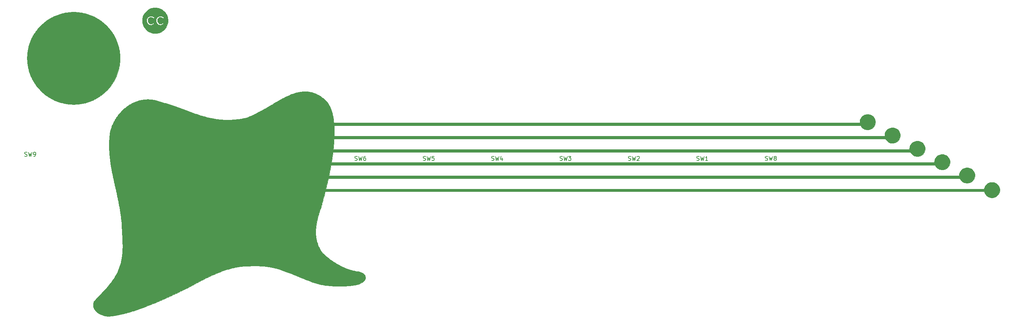
<source format=gto>
G04 #@! TF.FileFunction,Legend,Top*
%FSLAX45Y45*%
G04 Gerber Fmt 4.5, Leading zero omitted, Abs format (unit mm)*
G04 Created by KiCad (PCBNEW 4.0.6-e0-6349~53~ubuntu16.04.1) date Fri May  5 11:32:33 2017*
%MOMM*%
%LPD*%
G01*
G04 APERTURE LIST*
%ADD10C,0.150000*%
%ADD11C,0.378460*%
%ADD12C,0.317500*%
%ADD13C,0.304800*%
%ADD14C,0.002540*%
G04 APERTURE END LIST*
D10*
D11*
X-9761500Y2352000D02*
X-9561500Y2352000D01*
X-9661500Y2252000D02*
X-9661500Y2452000D01*
D10*
X-3669595Y-69596D02*
G75*
G03X-3669595Y-69596I-457905J0D01*
G01*
X-4762500Y-704596D02*
X-4762500Y565404D01*
X-4762500Y565404D02*
X-3492500Y565404D01*
X-3492500Y565404D02*
X-3492500Y-704596D01*
X-3492500Y-704596D02*
X-4762500Y-704596D01*
D12*
X-5885180Y-704596D02*
X-5885180Y565404D01*
X-5631180Y565404D02*
X-5631180Y-704596D01*
D13*
X-5885180Y-450596D02*
X-5631180Y-450596D01*
D12*
X-5885180Y565404D02*
X-5631180Y565404D01*
D13*
X-5631180Y-704596D02*
X-5885180Y-704596D01*
D10*
X-5152136Y-2245360D02*
X-3882136Y-2245360D01*
X-3882136Y-2245360D02*
X-3882136Y-2499360D01*
X-3882136Y-2499360D02*
X-5152136Y-2499360D01*
X-5434136Y-2217360D02*
X-5279136Y-2217360D01*
X-5152136Y-2245360D02*
X-5152136Y-2499360D01*
X-5279136Y-2527360D02*
X-5434136Y-2527360D01*
X-5434136Y-2527360D02*
X-5434136Y-2217360D01*
X-7439660Y-2244344D02*
X-5661660Y-2244344D01*
X-5661660Y-2244344D02*
X-5661660Y-2498344D01*
X-5661660Y-2498344D02*
X-7439660Y-2498344D01*
X-7721660Y-2216344D02*
X-7566660Y-2216344D01*
X-7439660Y-2244344D02*
X-7439660Y-2498344D01*
X-7566660Y-2526344D02*
X-7721660Y-2526344D01*
X-7721660Y-2526344D02*
X-7721660Y-2216344D01*
D14*
G36*
X-3843630Y1548228D02*
X-3865406Y1549148D01*
X-3887096Y1549417D01*
X-3908705Y1549050D01*
X-3930238Y1548061D01*
X-3951701Y1546466D01*
X-3973099Y1544280D01*
X-3994437Y1541518D01*
X-4015720Y1538195D01*
X-4036954Y1534326D01*
X-4058144Y1529927D01*
X-4079295Y1525013D01*
X-4100412Y1519598D01*
X-4121501Y1513699D01*
X-4142567Y1507329D01*
X-4163615Y1500504D01*
X-4184651Y1493240D01*
X-4205679Y1485552D01*
X-4226706Y1477454D01*
X-4247735Y1468961D01*
X-4268773Y1460090D01*
X-4289825Y1450855D01*
X-4310896Y1441270D01*
X-4331991Y1431353D01*
X-4353115Y1421116D01*
X-4374275Y1410577D01*
X-4395474Y1399749D01*
X-4416719Y1388648D01*
X-4438014Y1377289D01*
X-4459365Y1365687D01*
X-4480777Y1353858D01*
X-4502256Y1341816D01*
X-4523806Y1329576D01*
X-4545433Y1317155D01*
X-4567142Y1304566D01*
X-4588939Y1291825D01*
X-4610828Y1278948D01*
X-4632815Y1265949D01*
X-4654905Y1252843D01*
X-4677104Y1239646D01*
X-4699417Y1226373D01*
X-4721848Y1213038D01*
X-4744403Y1199658D01*
X-4767088Y1186247D01*
X-4789908Y1172820D01*
X-4812868Y1159393D01*
X-4835973Y1145980D01*
X-4859228Y1132597D01*
X-4882640Y1119259D01*
X-4906212Y1105981D01*
X-4929951Y1092778D01*
X-4953861Y1079665D01*
X-4977948Y1066658D01*
X-5002217Y1053772D01*
X-5026673Y1041021D01*
X-5051322Y1028421D01*
X-5076169Y1015987D01*
X-5101219Y1003735D01*
X-5126477Y991679D01*
X-5151949Y979834D01*
X-5177640Y968216D01*
X-5203555Y956839D01*
X-5229699Y945720D01*
X-5256078Y934872D01*
X-5282697Y924312D01*
X-5309561Y914054D01*
X-5338847Y908061D01*
X-5367804Y902481D01*
X-5396439Y897309D01*
X-5424759Y892539D01*
X-5452771Y888165D01*
X-5480483Y884180D01*
X-5507901Y880579D01*
X-5535033Y877355D01*
X-5561886Y874503D01*
X-5588468Y872017D01*
X-5614784Y869891D01*
X-5640844Y868118D01*
X-5666653Y866693D01*
X-5692220Y865610D01*
X-5717550Y864862D01*
X-5742653Y864445D01*
X-5767533Y864351D01*
X-5792200Y864574D01*
X-5816660Y865110D01*
X-5840920Y865951D01*
X-5864988Y867093D01*
X-5888870Y868528D01*
X-5912574Y870251D01*
X-5936108Y872255D01*
X-5959477Y874536D01*
X-5982690Y877086D01*
X-6005754Y879900D01*
X-6028676Y882972D01*
X-6051463Y886296D01*
X-6074122Y889866D01*
X-6096660Y893676D01*
X-6119086Y897719D01*
X-6141405Y901991D01*
X-6163625Y906484D01*
X-6185754Y911194D01*
X-6207798Y916113D01*
X-6229765Y921236D01*
X-6251662Y926558D01*
X-6273496Y932071D01*
X-6295275Y937770D01*
X-6317005Y943649D01*
X-6338693Y949702D01*
X-6360348Y955923D01*
X-6381976Y962307D01*
X-6403584Y968846D01*
X-6425179Y975535D01*
X-6446770Y982368D01*
X-6468362Y989339D01*
X-6489964Y996443D01*
X-6511582Y1003672D01*
X-6533223Y1011022D01*
X-6554896Y1018485D01*
X-6576606Y1026057D01*
X-6598361Y1033731D01*
X-6620169Y1041500D01*
X-6642036Y1049360D01*
X-6663970Y1057305D01*
X-6685979Y1065327D01*
X-6708068Y1073421D01*
X-6730246Y1081582D01*
X-6752519Y1089802D01*
X-6774895Y1098077D01*
X-6797381Y1106400D01*
X-6819985Y1114766D01*
X-6842712Y1123167D01*
X-6865572Y1131599D01*
X-6888570Y1140055D01*
X-6911714Y1148529D01*
X-6935011Y1157015D01*
X-6958469Y1165508D01*
X-6982094Y1174000D01*
X-7005895Y1182487D01*
X-7029877Y1190963D01*
X-7054048Y1199420D01*
X-7078416Y1207854D01*
X-7102988Y1216259D01*
X-7127770Y1224627D01*
X-7152771Y1232954D01*
X-7177996Y1241233D01*
X-7203454Y1249459D01*
X-7229152Y1257625D01*
X-7255097Y1265725D01*
X-7281295Y1273754D01*
X-7307755Y1281704D01*
X-7334484Y1289572D01*
X-7361488Y1297350D01*
X-7388775Y1305032D01*
X-7416352Y1312612D01*
X-7444226Y1320085D01*
X-7472404Y1327445D01*
X-7500895Y1334684D01*
X-7529704Y1341799D01*
X-7554029Y1346595D01*
X-7578285Y1350584D01*
X-7602464Y1353779D01*
X-7626557Y1356191D01*
X-7650557Y1357832D01*
X-7674455Y1358715D01*
X-7698243Y1358851D01*
X-7721912Y1358252D01*
X-7745455Y1356931D01*
X-7768862Y1354899D01*
X-7792126Y1352168D01*
X-7815239Y1348750D01*
X-7838192Y1344658D01*
X-7860977Y1339903D01*
X-7883586Y1334497D01*
X-7906010Y1328452D01*
X-7928242Y1321781D01*
X-7950272Y1314495D01*
X-7972093Y1306606D01*
X-7993697Y1298127D01*
X-8015074Y1289068D01*
X-8036218Y1279443D01*
X-8057119Y1269264D01*
X-8077770Y1258541D01*
X-8098162Y1247288D01*
X-8118286Y1235516D01*
X-8138135Y1223237D01*
X-8157701Y1210464D01*
X-8176974Y1197207D01*
X-8195948Y1183480D01*
X-8214613Y1169294D01*
X-8232961Y1154662D01*
X-8250984Y1139594D01*
X-8268674Y1124104D01*
X-8286023Y1108203D01*
X-8303022Y1091903D01*
X-8319662Y1075217D01*
X-8335937Y1058155D01*
X-8351837Y1040731D01*
X-8367354Y1022956D01*
X-8382480Y1004842D01*
X-8397207Y986402D01*
X-8411527Y967647D01*
X-8425430Y948588D01*
X-8438910Y929239D01*
X-8451957Y909612D01*
X-8464563Y889717D01*
X-8476721Y869568D01*
X-8488421Y849175D01*
X-8499656Y828552D01*
X-8510418Y807710D01*
X-8520697Y786662D01*
X-8530486Y765418D01*
X-8539777Y743992D01*
X-8548561Y722394D01*
X-8556831Y700638D01*
X-8564577Y678736D01*
X-8571791Y656698D01*
X-8578466Y634537D01*
X-8584593Y612266D01*
X-8590163Y589895D01*
X-8595169Y567438D01*
X-8599602Y544906D01*
X-8603455Y522311D01*
X-8606294Y495585D01*
X-8608827Y469018D01*
X-8611057Y442607D01*
X-8612992Y416347D01*
X-8614636Y390232D01*
X-8615996Y364259D01*
X-8617077Y338422D01*
X-8617885Y312717D01*
X-8618426Y287140D01*
X-8618705Y261685D01*
X-8618729Y236347D01*
X-8618503Y211123D01*
X-8618032Y186007D01*
X-8617323Y160996D01*
X-8616381Y136083D01*
X-8615212Y111264D01*
X-8613823Y86535D01*
X-8612217Y61891D01*
X-8610402Y37328D01*
X-8608383Y12840D01*
X-8606166Y-11577D01*
X-8603756Y-35927D01*
X-8601160Y-60216D01*
X-8598382Y-84448D01*
X-8595430Y-108628D01*
X-8592308Y-132761D01*
X-8589022Y-156850D01*
X-8585579Y-180901D01*
X-8581983Y-204919D01*
X-8578241Y-228909D01*
X-8574358Y-252874D01*
X-8570340Y-276819D01*
X-8566193Y-300750D01*
X-8561923Y-324671D01*
X-8557535Y-348587D01*
X-8553035Y-372502D01*
X-8548429Y-396421D01*
X-8543722Y-420348D01*
X-8538921Y-444289D01*
X-8534031Y-468249D01*
X-8529058Y-492230D01*
X-8524007Y-516240D01*
X-8518885Y-540281D01*
X-8513697Y-564360D01*
X-8508449Y-588480D01*
X-8503146Y-612646D01*
X-8497795Y-636863D01*
X-8492401Y-661135D01*
X-8486969Y-685468D01*
X-8481507Y-709866D01*
X-8476018Y-734334D01*
X-8470510Y-758875D01*
X-8464988Y-783496D01*
X-8459457Y-808201D01*
X-8453924Y-832994D01*
X-8448394Y-857879D01*
X-8442872Y-882863D01*
X-8437366Y-907949D01*
X-8431879Y-933143D01*
X-8426419Y-958448D01*
X-8420991Y-983869D01*
X-8415601Y-1009412D01*
X-8410254Y-1035081D01*
X-8404956Y-1060880D01*
X-8399712Y-1086815D01*
X-8394530Y-1112889D01*
X-8389414Y-1139109D01*
X-8384370Y-1165477D01*
X-8379404Y-1191999D01*
X-8374522Y-1218680D01*
X-8369729Y-1245525D01*
X-8365032Y-1272538D01*
X-8360435Y-1299723D01*
X-8355945Y-1327086D01*
X-8351568Y-1354630D01*
X-8347308Y-1382362D01*
X-8343173Y-1410285D01*
X-8339167Y-1438404D01*
X-8335297Y-1466725D01*
X-8331568Y-1495250D01*
X-8327986Y-1523986D01*
X-8324556Y-1552937D01*
X-8321285Y-1582108D01*
X-8318178Y-1611503D01*
X-8315242Y-1641126D01*
X-8314399Y-1668136D01*
X-8313430Y-1694973D01*
X-8312352Y-1721642D01*
X-8311181Y-1748147D01*
X-8309935Y-1774492D01*
X-8308629Y-1800682D01*
X-8307281Y-1826722D01*
X-8305906Y-1852615D01*
X-8304522Y-1878366D01*
X-8303145Y-1903979D01*
X-8301792Y-1929459D01*
X-8300479Y-1954810D01*
X-8299224Y-1980036D01*
X-8298042Y-2005142D01*
X-8296950Y-2030131D01*
X-8295966Y-2055010D01*
X-8295105Y-2079781D01*
X-8294384Y-2104449D01*
X-8293820Y-2129018D01*
X-8293429Y-2153494D01*
X-8293228Y-2177879D01*
X-8293234Y-2202179D01*
X-8293464Y-2226398D01*
X-8293933Y-2250541D01*
X-8294659Y-2274610D01*
X-8295658Y-2298612D01*
X-8296947Y-2322550D01*
X-8298542Y-2346429D01*
X-8300460Y-2370253D01*
X-8302718Y-2394026D01*
X-8305333Y-2417753D01*
X-8308320Y-2441438D01*
X-8311697Y-2465085D01*
X-8315480Y-2488699D01*
X-8319686Y-2512285D01*
X-8324331Y-2535845D01*
X-8329432Y-2559386D01*
X-8335006Y-2582911D01*
X-8341070Y-2606424D01*
X-8347639Y-2629931D01*
X-8354731Y-2653434D01*
X-8362362Y-2676940D01*
X-8370549Y-2700451D01*
X-8379308Y-2723973D01*
X-8388656Y-2747509D01*
X-8398611Y-2771064D01*
X-8409187Y-2794643D01*
X-8420402Y-2818250D01*
X-8432273Y-2841888D01*
X-8444816Y-2865563D01*
X-8458048Y-2889279D01*
X-8471985Y-2913041D01*
X-8486645Y-2936851D01*
X-8502043Y-2960716D01*
X-8518196Y-2984639D01*
X-8535122Y-3008624D01*
X-8549042Y-3027647D01*
X-8563374Y-3046687D01*
X-8578101Y-3065749D01*
X-8593208Y-3084837D01*
X-8608679Y-3103957D01*
X-8624499Y-3123113D01*
X-8640652Y-3142309D01*
X-8657123Y-3161551D01*
X-8673897Y-3180842D01*
X-8690957Y-3200189D01*
X-8708289Y-3219594D01*
X-8725877Y-3239064D01*
X-8743705Y-3258602D01*
X-8761758Y-3278214D01*
X-8780021Y-3297904D01*
X-8798477Y-3317677D01*
X-8817112Y-3337537D01*
X-8835910Y-3357490D01*
X-8854856Y-3377539D01*
X-8873933Y-3397690D01*
X-8893127Y-3417947D01*
X-8912422Y-3438315D01*
X-8929897Y-3453375D01*
X-8945426Y-3468822D01*
X-8959045Y-3484607D01*
X-8970794Y-3500683D01*
X-8980708Y-3516999D01*
X-8988827Y-3533509D01*
X-8995188Y-3550164D01*
X-8999828Y-3566915D01*
X-9002785Y-3583715D01*
X-9004097Y-3600514D01*
X-9003801Y-3617265D01*
X-9001936Y-3633919D01*
X-8998539Y-3650427D01*
X-8993648Y-3666742D01*
X-8987300Y-3682815D01*
X-8979533Y-3698598D01*
X-8970384Y-3714042D01*
X-8959893Y-3729100D01*
X-8948095Y-3743722D01*
X-8935030Y-3757860D01*
X-8920733Y-3771466D01*
X-8905245Y-3784492D01*
X-8888601Y-3796889D01*
X-8870840Y-3808609D01*
X-8851999Y-3819603D01*
X-8832116Y-3829824D01*
X-8811229Y-3839223D01*
X-8789376Y-3847751D01*
X-8766593Y-3855360D01*
X-8742920Y-3862002D01*
X-8718393Y-3867629D01*
X-8693050Y-3872191D01*
X-8666930Y-3875642D01*
X-8640068Y-3877931D01*
X-8622136Y-3876485D01*
X-8604041Y-3874834D01*
X-8585783Y-3872977D01*
X-8567362Y-3870916D01*
X-8548777Y-3868650D01*
X-8530029Y-3866182D01*
X-8511118Y-3863511D01*
X-8492042Y-3860639D01*
X-8472803Y-3857565D01*
X-8453399Y-3854291D01*
X-8433830Y-3850816D01*
X-8414097Y-3847143D01*
X-8394199Y-3843271D01*
X-8374135Y-3839201D01*
X-8353906Y-3834933D01*
X-8333512Y-3830469D01*
X-8312951Y-3825809D01*
X-8292225Y-3820953D01*
X-8271332Y-3815903D01*
X-8250273Y-3810659D01*
X-8229048Y-3805221D01*
X-8207655Y-3799590D01*
X-8186096Y-3793768D01*
X-8164369Y-3787754D01*
X-8142474Y-3781549D01*
X-8120412Y-3775153D01*
X-8098182Y-3768569D01*
X-8075784Y-3761795D01*
X-8053218Y-3754833D01*
X-8030482Y-3747684D01*
X-8007579Y-3740347D01*
X-7984506Y-3732825D01*
X-7961264Y-3725116D01*
X-7937852Y-3717223D01*
X-7914271Y-3709145D01*
X-7890521Y-3700883D01*
X-7866600Y-3692439D01*
X-7842509Y-3683812D01*
X-7818247Y-3675003D01*
X-7793815Y-3666013D01*
X-7769212Y-3656843D01*
X-7744437Y-3647493D01*
X-7719492Y-3637964D01*
X-7694375Y-3628256D01*
X-7669086Y-3618370D01*
X-7643626Y-3608307D01*
X-7617993Y-3598068D01*
X-7592188Y-3587652D01*
X-7566210Y-3577062D01*
X-7540060Y-3566296D01*
X-7513736Y-3555357D01*
X-7487240Y-3544244D01*
X-7460570Y-3532959D01*
X-7433726Y-3521501D01*
X-7406709Y-3509873D01*
X-7379517Y-3498073D01*
X-7352151Y-3486103D01*
X-7324611Y-3473964D01*
X-7296896Y-3461656D01*
X-7269007Y-3449180D01*
X-7240942Y-3436536D01*
X-7212702Y-3423726D01*
X-7184286Y-3410749D01*
X-7155695Y-3397607D01*
X-7126927Y-3384300D01*
X-7097984Y-3370828D01*
X-7068864Y-3357193D01*
X-7039568Y-3343395D01*
X-7010095Y-3329435D01*
X-6980445Y-3315313D01*
X-6950617Y-3301030D01*
X-6920613Y-3286586D01*
X-6890430Y-3271983D01*
X-6860070Y-3257221D01*
X-6829532Y-3242300D01*
X-6798815Y-3227222D01*
X-6767921Y-3211986D01*
X-6736847Y-3196594D01*
X-6705595Y-3181046D01*
X-6684551Y-3169893D01*
X-6663344Y-3158622D01*
X-6641974Y-3147243D01*
X-6620447Y-3135766D01*
X-6598765Y-3124203D01*
X-6576931Y-3112564D01*
X-6554948Y-3100859D01*
X-6532820Y-3089099D01*
X-6510551Y-3077296D01*
X-6488142Y-3065459D01*
X-6465599Y-3053599D01*
X-6442923Y-3041727D01*
X-6420118Y-3029854D01*
X-6397187Y-3017989D01*
X-6374134Y-3006145D01*
X-6350961Y-2994331D01*
X-6327673Y-2982558D01*
X-6304272Y-2970837D01*
X-6280761Y-2959179D01*
X-6257145Y-2947593D01*
X-6233425Y-2936091D01*
X-6209605Y-2924684D01*
X-6185689Y-2913381D01*
X-6161680Y-2902194D01*
X-6137581Y-2891134D01*
X-6113395Y-2880210D01*
X-6089126Y-2869434D01*
X-6064776Y-2858817D01*
X-6040349Y-2848368D01*
X-6015849Y-2838099D01*
X-5991278Y-2828020D01*
X-5966640Y-2818142D01*
X-5941938Y-2808475D01*
X-5917175Y-2799031D01*
X-5892355Y-2789819D01*
X-5867480Y-2780851D01*
X-5842554Y-2772137D01*
X-5817581Y-2763688D01*
X-5792563Y-2755514D01*
X-5767504Y-2747626D01*
X-5742406Y-2740035D01*
X-5717274Y-2732751D01*
X-5692111Y-2725785D01*
X-5666919Y-2719148D01*
X-5641702Y-2712850D01*
X-5616464Y-2706902D01*
X-5591207Y-2701315D01*
X-5565934Y-2696099D01*
X-5540650Y-2691265D01*
X-5515356Y-2686824D01*
X-5490058Y-2682785D01*
X-5464757Y-2679161D01*
X-5439457Y-2675961D01*
X-5414161Y-2673196D01*
X-5388872Y-2670877D01*
X-5363594Y-2669015D01*
X-5338331Y-2667619D01*
X-5313084Y-2666702D01*
X-5281202Y-2665425D01*
X-5250189Y-2664319D01*
X-5220014Y-2663386D01*
X-5190643Y-2662632D01*
X-5162045Y-2662058D01*
X-5134185Y-2661669D01*
X-5107033Y-2661467D01*
X-5080556Y-2661456D01*
X-5054720Y-2661639D01*
X-5029494Y-2662021D01*
X-5004844Y-2662603D01*
X-4980739Y-2663390D01*
X-4957145Y-2664386D01*
X-4934031Y-2665592D01*
X-4911363Y-2667013D01*
X-4889109Y-2668652D01*
X-4867236Y-2670513D01*
X-4845713Y-2672598D01*
X-4824506Y-2674912D01*
X-4803583Y-2677458D01*
X-4782911Y-2680238D01*
X-4762458Y-2683257D01*
X-4742191Y-2686518D01*
X-4722077Y-2690023D01*
X-4702085Y-2693778D01*
X-4682181Y-2697784D01*
X-4662334Y-2702046D01*
X-4642509Y-2706566D01*
X-4622676Y-2711349D01*
X-4602801Y-2716396D01*
X-4582852Y-2721713D01*
X-4562795Y-2727302D01*
X-4542600Y-2733167D01*
X-4522233Y-2739311D01*
X-4501661Y-2745737D01*
X-4480853Y-2752449D01*
X-4459775Y-2759450D01*
X-4438394Y-2766743D01*
X-4416680Y-2774333D01*
X-4394598Y-2782222D01*
X-4372116Y-2790413D01*
X-4349202Y-2798911D01*
X-4325823Y-2807718D01*
X-4301947Y-2816838D01*
X-4277541Y-2826274D01*
X-4252573Y-2836030D01*
X-4227009Y-2846109D01*
X-4200818Y-2856514D01*
X-4173967Y-2867250D01*
X-4146423Y-2878318D01*
X-4118154Y-2889723D01*
X-4089127Y-2901467D01*
X-4059310Y-2913555D01*
X-4028670Y-2925990D01*
X-3997175Y-2938775D01*
X-3964791Y-2951913D01*
X-3931487Y-2965409D01*
X-3897231Y-2979264D01*
X-3861988Y-2993483D01*
X-3825727Y-3008069D01*
X-3788416Y-3023026D01*
X-3760418Y-3034939D01*
X-3731924Y-3046167D01*
X-3702973Y-3056725D01*
X-3673605Y-3066629D01*
X-3643860Y-3075895D01*
X-3613778Y-3084539D01*
X-3583398Y-3092576D01*
X-3552761Y-3100022D01*
X-3521907Y-3106894D01*
X-3490875Y-3113206D01*
X-3459705Y-3118975D01*
X-3428437Y-3124217D01*
X-3397112Y-3128947D01*
X-3365768Y-3133181D01*
X-3334447Y-3136935D01*
X-3303187Y-3140225D01*
X-3272029Y-3143067D01*
X-3241013Y-3145476D01*
X-3210178Y-3147468D01*
X-3179564Y-3149059D01*
X-3149212Y-3150265D01*
X-3119161Y-3151102D01*
X-3089451Y-3151585D01*
X-3060122Y-3151731D01*
X-3031214Y-3151555D01*
X-3002767Y-3151072D01*
X-2974821Y-3150300D01*
X-2947415Y-3149253D01*
X-2920590Y-3147947D01*
X-2894385Y-3146398D01*
X-2868840Y-3144623D01*
X-2843996Y-3142636D01*
X-2819892Y-3140454D01*
X-2796568Y-3138092D01*
X-2774063Y-3135567D01*
X-2752419Y-3132894D01*
X-2731674Y-3130088D01*
X-2711869Y-3127166D01*
X-2693044Y-3124144D01*
X-2675237Y-3121037D01*
X-2658491Y-3117861D01*
X-2642843Y-3114632D01*
X-2628335Y-3111366D01*
X-2615005Y-3108078D01*
X-2602895Y-3104785D01*
X-2592043Y-3101502D01*
X-2582490Y-3098245D01*
X-2574276Y-3095030D01*
X-2546943Y-3082476D01*
X-2522676Y-3069339D01*
X-2501394Y-3055698D01*
X-2483016Y-3041637D01*
X-2467459Y-3027237D01*
X-2454644Y-3012580D01*
X-2444488Y-2997749D01*
X-2436912Y-2982825D01*
X-2431833Y-2967890D01*
X-2429170Y-2953026D01*
X-2428842Y-2938316D01*
X-2430769Y-2923841D01*
X-2434869Y-2909683D01*
X-2441060Y-2895924D01*
X-2449262Y-2882646D01*
X-2459393Y-2869931D01*
X-2471373Y-2857861D01*
X-2485120Y-2846519D01*
X-2500552Y-2835985D01*
X-2517590Y-2826342D01*
X-2536151Y-2817673D01*
X-2556154Y-2810058D01*
X-2577519Y-2803581D01*
X-2600164Y-2798322D01*
X-2624008Y-2794364D01*
X-2650578Y-2790417D01*
X-2677125Y-2785734D01*
X-2703632Y-2780341D01*
X-2730080Y-2774264D01*
X-2756453Y-2767528D01*
X-2782733Y-2760160D01*
X-2808901Y-2752185D01*
X-2834941Y-2743629D01*
X-2860834Y-2734518D01*
X-2886562Y-2724878D01*
X-2912108Y-2714735D01*
X-2937455Y-2704114D01*
X-2962583Y-2693042D01*
X-2987476Y-2681544D01*
X-3012117Y-2669646D01*
X-3036486Y-2657374D01*
X-3060566Y-2644754D01*
X-3084341Y-2631812D01*
X-3107791Y-2618574D01*
X-3130899Y-2605065D01*
X-3153647Y-2591311D01*
X-3176019Y-2577339D01*
X-3197995Y-2563174D01*
X-3219558Y-2548841D01*
X-3240691Y-2534368D01*
X-3261376Y-2519779D01*
X-3281594Y-2505100D01*
X-3301329Y-2490358D01*
X-3320562Y-2475579D01*
X-3339276Y-2460787D01*
X-3357453Y-2446009D01*
X-3375075Y-2431272D01*
X-3392124Y-2416599D01*
X-3408583Y-2402019D01*
X-3424435Y-2387556D01*
X-3439660Y-2373236D01*
X-3454242Y-2359085D01*
X-3468163Y-2345129D01*
X-3481405Y-2331394D01*
X-3494691Y-2311279D01*
X-3507335Y-2291167D01*
X-3519340Y-2271047D01*
X-3530710Y-2250905D01*
X-3541452Y-2230729D01*
X-3551568Y-2210507D01*
X-3561063Y-2190227D01*
X-3569942Y-2169876D01*
X-3578209Y-2149441D01*
X-3585869Y-2128911D01*
X-3592925Y-2108272D01*
X-3599384Y-2087512D01*
X-3605248Y-2066619D01*
X-3610523Y-2045580D01*
X-3615212Y-2024384D01*
X-3619321Y-2003016D01*
X-3622854Y-1981466D01*
X-3625814Y-1959721D01*
X-3628208Y-1937767D01*
X-3630038Y-1915594D01*
X-3631311Y-1893187D01*
X-3632029Y-1870536D01*
X-3632197Y-1847626D01*
X-3631821Y-1824447D01*
X-3630904Y-1800986D01*
X-3629450Y-1777229D01*
X-3627465Y-1753165D01*
X-3624953Y-1728781D01*
X-3621918Y-1704065D01*
X-3618364Y-1679005D01*
X-3614297Y-1653587D01*
X-3609720Y-1627800D01*
X-3604638Y-1601630D01*
X-3599055Y-1575067D01*
X-3592976Y-1548096D01*
X-3586406Y-1520706D01*
X-3579348Y-1492884D01*
X-3571807Y-1464619D01*
X-3563789Y-1435896D01*
X-3555296Y-1406705D01*
X-3546334Y-1377032D01*
X-3536906Y-1346865D01*
X-3527019Y-1316192D01*
X-3516675Y-1284999D01*
X-3505879Y-1253276D01*
X-3500568Y-1234878D01*
X-3495042Y-1215535D01*
X-3489311Y-1195288D01*
X-3483388Y-1174177D01*
X-3477286Y-1152243D01*
X-3471015Y-1129525D01*
X-3464589Y-1106064D01*
X-3458019Y-1081901D01*
X-3451317Y-1057076D01*
X-3444495Y-1031629D01*
X-3437564Y-1005600D01*
X-3430538Y-979031D01*
X-3423428Y-951961D01*
X-3416246Y-924431D01*
X-3409004Y-896480D01*
X-3401714Y-868151D01*
X12510124Y-868151D01*
X12516704Y-890995D01*
X12525941Y-912448D01*
X12537627Y-932344D01*
X12551557Y-950518D01*
X12567525Y-966805D01*
X12585324Y-981040D01*
X12604747Y-993058D01*
X12625589Y-1002694D01*
X12647644Y-1009783D01*
X12670704Y-1014160D01*
X12694565Y-1015661D01*
X12719386Y-1014041D01*
X12743573Y-1009247D01*
X12766833Y-1001400D01*
X12788872Y-990620D01*
X12809397Y-977028D01*
X12828114Y-960743D01*
X12844518Y-942157D01*
X12858215Y-921771D01*
X12869085Y-899876D01*
X12877004Y-876766D01*
X12881852Y-852731D01*
X12883507Y-828062D01*
X12881876Y-803374D01*
X12877047Y-779319D01*
X12869141Y-756187D01*
X12858281Y-734270D01*
X12844589Y-713862D01*
X12828185Y-695254D01*
X12809463Y-678950D01*
X12788930Y-665340D01*
X12766879Y-654546D01*
X12743605Y-646689D01*
X12719402Y-641889D01*
X12694565Y-640267D01*
X12671928Y-641634D01*
X12649776Y-645651D01*
X12628335Y-652233D01*
X12607831Y-661295D01*
X12588488Y-672754D01*
X12570534Y-686524D01*
X12554370Y-702332D01*
X12540321Y-719822D01*
X12528502Y-738783D01*
X12519029Y-759002D01*
X12512016Y-780269D01*
X12507578Y-802373D01*
X-3385465Y-802373D01*
X-3379341Y-777837D01*
X-3373240Y-753358D01*
X-3367159Y-728851D01*
X-3361097Y-704230D01*
X-3355049Y-679411D01*
X-3349015Y-654310D01*
X-3342992Y-628841D01*
X-3336977Y-602921D01*
X-3330968Y-576463D01*
X-3324962Y-549385D01*
X11920971Y-549385D01*
X11932285Y-571391D01*
X11946180Y-591437D01*
X11962401Y-609356D01*
X11980691Y-624981D01*
X12000796Y-638144D01*
X12022459Y-648679D01*
X12045426Y-656418D01*
X12069442Y-661194D01*
X12094250Y-662840D01*
X12119088Y-661218D01*
X12143291Y-656418D01*
X12166565Y-648561D01*
X12188616Y-637767D01*
X12209149Y-624157D01*
X12227871Y-607854D01*
X12244275Y-589245D01*
X12257967Y-568837D01*
X12268827Y-546920D01*
X12276733Y-523788D01*
X12281563Y-499732D01*
X12283196Y-475045D01*
X12281543Y-450376D01*
X12276696Y-426340D01*
X12268775Y-403230D01*
X12257905Y-381335D01*
X12244207Y-360949D01*
X12227803Y-342362D01*
X12209086Y-326078D01*
X12188561Y-312485D01*
X12166521Y-301705D01*
X12143261Y-293858D01*
X12119073Y-289064D01*
X12094250Y-287445D01*
X12069429Y-289064D01*
X12045242Y-293858D01*
X12021981Y-301705D01*
X11999942Y-312485D01*
X11979416Y-326078D01*
X11960698Y-342362D01*
X11944295Y-360949D01*
X11930598Y-381335D01*
X11919729Y-403230D01*
X11911809Y-426340D01*
X11906961Y-450376D01*
X11905305Y-475045D01*
X11905701Y-483414D01*
X-3311057Y-483414D01*
X-3305884Y-458677D01*
X-3300765Y-433821D01*
X-3295702Y-408844D01*
X-3290700Y-383744D01*
X-3285760Y-358519D01*
X-3280885Y-333166D01*
X-3276080Y-307682D01*
X-3271346Y-282066D01*
X-3266687Y-256314D01*
X-3262105Y-230426D01*
X11322032Y-230426D01*
X11333518Y-251911D01*
X11347481Y-271463D01*
X11363675Y-288925D01*
X11381854Y-304139D01*
X11401773Y-316947D01*
X11423187Y-327191D01*
X11445850Y-334713D01*
X11469517Y-339356D01*
X11493942Y-340962D01*
X11518780Y-339340D01*
X11542983Y-334540D01*
X11566257Y-326683D01*
X11588307Y-315889D01*
X11608841Y-302280D01*
X11627563Y-285976D01*
X11643966Y-267367D01*
X11657659Y-246959D01*
X11668519Y-225042D01*
X11676425Y-201910D01*
X11681255Y-177854D01*
X11682887Y-153167D01*
X11681235Y-128498D01*
X11676387Y-104462D01*
X11668467Y-81352D01*
X11657597Y-59457D01*
X11643898Y-39071D01*
X11627495Y-20485D01*
X11608776Y-4201D01*
X11588251Y9392D01*
X11566211Y20172D01*
X11542951Y28019D01*
X11518763Y32813D01*
X11493942Y34433D01*
X11469121Y32813D01*
X11444933Y28019D01*
X11421673Y20172D01*
X11399633Y9392D01*
X11379108Y-4201D01*
X11360389Y-20485D01*
X11343986Y-39072D01*
X11330289Y-59458D01*
X11319420Y-81352D01*
X11311501Y-104462D01*
X11306652Y-128498D01*
X11304997Y-153167D01*
X11305591Y-164651D01*
X-3250546Y-164651D01*
X-3246480Y-139548D01*
X-3242535Y-114393D01*
X-3238707Y-89188D01*
X-3234993Y-63936D01*
X-3231390Y-38643D01*
X-3227894Y-13310D01*
X-3224502Y12057D01*
X-3221210Y37457D01*
X-3218015Y62885D01*
X-3214913Y88338D01*
X10723096Y88338D01*
X10734762Y67397D01*
X10748798Y48360D01*
X10764969Y31378D01*
X10783039Y16598D01*
X10802773Y4167D01*
X10823936Y-5764D01*
X10846291Y-13049D01*
X10869603Y-17538D01*
X10893636Y-19084D01*
X10918474Y-17462D01*
X10942677Y-12662D01*
X10965951Y-4804D01*
X10988002Y5990D01*
X11008535Y19599D01*
X11027257Y35903D01*
X11043661Y54511D01*
X11057353Y74920D01*
X11068213Y96837D01*
X11076119Y119969D01*
X11080948Y144025D01*
X11082579Y168712D01*
X11080948Y193399D01*
X11076119Y217455D01*
X11068213Y240587D01*
X11057353Y262503D01*
X11043661Y282911D01*
X11027257Y301520D01*
X11008534Y317823D01*
X10988000Y331433D01*
X10965950Y342226D01*
X10942677Y350084D01*
X10918474Y354884D01*
X10893636Y356505D01*
X10868798Y354883D01*
X10844594Y350083D01*
X10821321Y342226D01*
X10799271Y331432D01*
X10778738Y317823D01*
X10760016Y301519D01*
X10743612Y282911D01*
X10729920Y262503D01*
X10719059Y240586D01*
X10711154Y217455D01*
X10706324Y193399D01*
X10704691Y168712D01*
X10705484Y154116D01*
X-3207853Y154116D01*
X-3205208Y179579D01*
X-3202714Y205008D01*
X-3200373Y230402D01*
X-3198185Y255760D01*
X-3196149Y281080D01*
X-3194267Y306364D01*
X-3192538Y331608D01*
X-3190963Y356814D01*
X-3189541Y381979D01*
X-3188274Y407104D01*
X10124163Y407104D01*
X10135999Y386703D01*
X10150103Y368179D01*
X10166248Y351673D01*
X10184208Y337323D01*
X10203758Y325269D01*
X10224671Y315649D01*
X10246721Y308604D01*
X10269683Y304273D01*
X10293331Y302795D01*
X10318170Y304417D01*
X10342373Y309217D01*
X10365647Y317074D01*
X10387698Y327868D01*
X10408231Y341477D01*
X10426954Y357781D01*
X10443358Y376389D01*
X10457051Y396798D01*
X10467910Y418715D01*
X10475816Y441847D01*
X10480645Y465903D01*
X10482276Y490590D01*
X10480645Y515278D01*
X10475816Y539334D01*
X10467910Y562466D01*
X10457051Y584383D01*
X10443358Y604791D01*
X10426954Y623400D01*
X10408231Y639704D01*
X10387698Y653313D01*
X10365647Y664107D01*
X10342373Y671964D01*
X10318170Y676764D01*
X10293331Y678386D01*
X10268493Y676764D01*
X10244290Y671964D01*
X10221016Y664106D01*
X10198966Y653312D01*
X10178432Y639703D01*
X10159710Y623399D01*
X10143307Y604790D01*
X10129614Y584382D01*
X10118754Y562465D01*
X10110849Y539333D01*
X10106020Y515278D01*
X10104389Y490590D01*
X10105549Y472881D01*
X-3184567Y472881D01*
X-3183922Y498740D01*
X-3183496Y524477D01*
X-3183290Y550090D01*
X-3183301Y575579D01*
X-3183529Y600943D01*
X-3183974Y626182D01*
X-3184634Y651295D01*
X-3185508Y676281D01*
X-3186595Y701139D01*
X-3187895Y725869D01*
X9525598Y725869D01*
X9537585Y706068D01*
X9551728Y688109D01*
X9567811Y672122D01*
X9585619Y658235D01*
X9604938Y646580D01*
X9625551Y637286D01*
X9647243Y630483D01*
X9669800Y626301D01*
X9693005Y624868D01*
X9717827Y626488D01*
X9742014Y631282D01*
X9765274Y639129D01*
X9787314Y649909D01*
X9807840Y663502D01*
X9826558Y679786D01*
X9842961Y698373D01*
X9856658Y718759D01*
X9867527Y740653D01*
X9875447Y763764D01*
X9880295Y787799D01*
X9881951Y812469D01*
X9880318Y837156D01*
X9875488Y861212D01*
X9867583Y884344D01*
X9856722Y906261D01*
X9843030Y926669D01*
X9826626Y945278D01*
X9807904Y961582D01*
X9787371Y975191D01*
X9765320Y985985D01*
X9742046Y993843D01*
X9717843Y998643D01*
X9693005Y1000264D01*
X9668167Y998643D01*
X9643963Y993843D01*
X9620689Y985985D01*
X9598639Y975192D01*
X9578105Y961582D01*
X9559382Y945278D01*
X9542978Y926670D01*
X9529286Y906261D01*
X9518426Y884344D01*
X9510521Y861212D01*
X9505691Y837156D01*
X9504060Y812469D01*
X9505447Y791840D01*
X-3193951Y791840D01*
X-3196869Y823071D01*
X-3200212Y853475D01*
X-3203989Y883067D01*
X-3208211Y911860D01*
X-3212886Y939869D01*
X-3218025Y967109D01*
X-3223638Y993593D01*
X-3229733Y1019337D01*
X-3236322Y1044354D01*
X-3243413Y1068660D01*
X-3251017Y1092267D01*
X-3259144Y1115192D01*
X-3267802Y1137448D01*
X-3277002Y1159049D01*
X-3286754Y1180010D01*
X-3297067Y1200345D01*
X-3307951Y1220070D01*
X-3319416Y1239197D01*
X-3331472Y1257742D01*
X-3344128Y1275719D01*
X-3357395Y1293142D01*
X-3371281Y1310025D01*
X-3385797Y1326384D01*
X-3400953Y1342232D01*
X-3416758Y1357584D01*
X-3433222Y1372454D01*
X-3450355Y1386857D01*
X-3468166Y1400807D01*
X-3486666Y1414318D01*
X-3505863Y1427405D01*
X-3525769Y1440082D01*
X-3546392Y1452364D01*
X-3567743Y1464264D01*
X-3589831Y1475798D01*
X-3612666Y1486980D01*
X-3636257Y1497823D01*
X-3659809Y1507463D01*
X-3683222Y1516046D01*
X-3706501Y1523594D01*
X-3729650Y1530126D01*
X-3752674Y1535662D01*
X-3775578Y1540220D01*
X-3798364Y1543820D01*
X-3821038Y1546483D01*
X-3843604Y1548227D01*
X-3843630Y1548228D01*
X-3843630Y1548228D01*
G37*
X-3843630Y1548228D02*
X-3865406Y1549148D01*
X-3887096Y1549417D01*
X-3908705Y1549050D01*
X-3930238Y1548061D01*
X-3951701Y1546466D01*
X-3973099Y1544280D01*
X-3994437Y1541518D01*
X-4015720Y1538195D01*
X-4036954Y1534326D01*
X-4058144Y1529927D01*
X-4079295Y1525013D01*
X-4100412Y1519598D01*
X-4121501Y1513699D01*
X-4142567Y1507329D01*
X-4163615Y1500504D01*
X-4184651Y1493240D01*
X-4205679Y1485552D01*
X-4226706Y1477454D01*
X-4247735Y1468961D01*
X-4268773Y1460090D01*
X-4289825Y1450855D01*
X-4310896Y1441270D01*
X-4331991Y1431353D01*
X-4353115Y1421116D01*
X-4374275Y1410577D01*
X-4395474Y1399749D01*
X-4416719Y1388648D01*
X-4438014Y1377289D01*
X-4459365Y1365687D01*
X-4480777Y1353858D01*
X-4502256Y1341816D01*
X-4523806Y1329576D01*
X-4545433Y1317155D01*
X-4567142Y1304566D01*
X-4588939Y1291825D01*
X-4610828Y1278948D01*
X-4632815Y1265949D01*
X-4654905Y1252843D01*
X-4677104Y1239646D01*
X-4699417Y1226373D01*
X-4721848Y1213038D01*
X-4744403Y1199658D01*
X-4767088Y1186247D01*
X-4789908Y1172820D01*
X-4812868Y1159393D01*
X-4835973Y1145980D01*
X-4859228Y1132597D01*
X-4882640Y1119259D01*
X-4906212Y1105981D01*
X-4929951Y1092778D01*
X-4953861Y1079665D01*
X-4977948Y1066658D01*
X-5002217Y1053772D01*
X-5026673Y1041021D01*
X-5051322Y1028421D01*
X-5076169Y1015987D01*
X-5101219Y1003735D01*
X-5126477Y991679D01*
X-5151949Y979834D01*
X-5177640Y968216D01*
X-5203555Y956839D01*
X-5229699Y945720D01*
X-5256078Y934872D01*
X-5282697Y924312D01*
X-5309561Y914054D01*
X-5338847Y908061D01*
X-5367804Y902481D01*
X-5396439Y897309D01*
X-5424759Y892539D01*
X-5452771Y888165D01*
X-5480483Y884180D01*
X-5507901Y880579D01*
X-5535033Y877355D01*
X-5561886Y874503D01*
X-5588468Y872017D01*
X-5614784Y869891D01*
X-5640844Y868118D01*
X-5666653Y866693D01*
X-5692220Y865610D01*
X-5717550Y864862D01*
X-5742653Y864445D01*
X-5767533Y864351D01*
X-5792200Y864574D01*
X-5816660Y865110D01*
X-5840920Y865951D01*
X-5864988Y867093D01*
X-5888870Y868528D01*
X-5912574Y870251D01*
X-5936108Y872255D01*
X-5959477Y874536D01*
X-5982690Y877086D01*
X-6005754Y879900D01*
X-6028676Y882972D01*
X-6051463Y886296D01*
X-6074122Y889866D01*
X-6096660Y893676D01*
X-6119086Y897719D01*
X-6141405Y901991D01*
X-6163625Y906484D01*
X-6185754Y911194D01*
X-6207798Y916113D01*
X-6229765Y921236D01*
X-6251662Y926558D01*
X-6273496Y932071D01*
X-6295275Y937770D01*
X-6317005Y943649D01*
X-6338693Y949702D01*
X-6360348Y955923D01*
X-6381976Y962307D01*
X-6403584Y968846D01*
X-6425179Y975535D01*
X-6446770Y982368D01*
X-6468362Y989339D01*
X-6489964Y996443D01*
X-6511582Y1003672D01*
X-6533223Y1011022D01*
X-6554896Y1018485D01*
X-6576606Y1026057D01*
X-6598361Y1033731D01*
X-6620169Y1041500D01*
X-6642036Y1049360D01*
X-6663970Y1057305D01*
X-6685979Y1065327D01*
X-6708068Y1073421D01*
X-6730246Y1081582D01*
X-6752519Y1089802D01*
X-6774895Y1098077D01*
X-6797381Y1106400D01*
X-6819985Y1114766D01*
X-6842712Y1123167D01*
X-6865572Y1131599D01*
X-6888570Y1140055D01*
X-6911714Y1148529D01*
X-6935011Y1157015D01*
X-6958469Y1165508D01*
X-6982094Y1174000D01*
X-7005895Y1182487D01*
X-7029877Y1190963D01*
X-7054048Y1199420D01*
X-7078416Y1207854D01*
X-7102988Y1216259D01*
X-7127770Y1224627D01*
X-7152771Y1232954D01*
X-7177996Y1241233D01*
X-7203454Y1249459D01*
X-7229152Y1257625D01*
X-7255097Y1265725D01*
X-7281295Y1273754D01*
X-7307755Y1281704D01*
X-7334484Y1289572D01*
X-7361488Y1297350D01*
X-7388775Y1305032D01*
X-7416352Y1312612D01*
X-7444226Y1320085D01*
X-7472404Y1327445D01*
X-7500895Y1334684D01*
X-7529704Y1341799D01*
X-7554029Y1346595D01*
X-7578285Y1350584D01*
X-7602464Y1353779D01*
X-7626557Y1356191D01*
X-7650557Y1357832D01*
X-7674455Y1358715D01*
X-7698243Y1358851D01*
X-7721912Y1358252D01*
X-7745455Y1356931D01*
X-7768862Y1354899D01*
X-7792126Y1352168D01*
X-7815239Y1348750D01*
X-7838192Y1344658D01*
X-7860977Y1339903D01*
X-7883586Y1334497D01*
X-7906010Y1328452D01*
X-7928242Y1321781D01*
X-7950272Y1314495D01*
X-7972093Y1306606D01*
X-7993697Y1298127D01*
X-8015074Y1289068D01*
X-8036218Y1279443D01*
X-8057119Y1269264D01*
X-8077770Y1258541D01*
X-8098162Y1247288D01*
X-8118286Y1235516D01*
X-8138135Y1223237D01*
X-8157701Y1210464D01*
X-8176974Y1197207D01*
X-8195948Y1183480D01*
X-8214613Y1169294D01*
X-8232961Y1154662D01*
X-8250984Y1139594D01*
X-8268674Y1124104D01*
X-8286023Y1108203D01*
X-8303022Y1091903D01*
X-8319662Y1075217D01*
X-8335937Y1058155D01*
X-8351837Y1040731D01*
X-8367354Y1022956D01*
X-8382480Y1004842D01*
X-8397207Y986402D01*
X-8411527Y967647D01*
X-8425430Y948588D01*
X-8438910Y929239D01*
X-8451957Y909612D01*
X-8464563Y889717D01*
X-8476721Y869568D01*
X-8488421Y849175D01*
X-8499656Y828552D01*
X-8510418Y807710D01*
X-8520697Y786662D01*
X-8530486Y765418D01*
X-8539777Y743992D01*
X-8548561Y722394D01*
X-8556831Y700638D01*
X-8564577Y678736D01*
X-8571791Y656698D01*
X-8578466Y634537D01*
X-8584593Y612266D01*
X-8590163Y589895D01*
X-8595169Y567438D01*
X-8599602Y544906D01*
X-8603455Y522311D01*
X-8606294Y495585D01*
X-8608827Y469018D01*
X-8611057Y442607D01*
X-8612992Y416347D01*
X-8614636Y390232D01*
X-8615996Y364259D01*
X-8617077Y338422D01*
X-8617885Y312717D01*
X-8618426Y287140D01*
X-8618705Y261685D01*
X-8618729Y236347D01*
X-8618503Y211123D01*
X-8618032Y186007D01*
X-8617323Y160996D01*
X-8616381Y136083D01*
X-8615212Y111264D01*
X-8613823Y86535D01*
X-8612217Y61891D01*
X-8610402Y37328D01*
X-8608383Y12840D01*
X-8606166Y-11577D01*
X-8603756Y-35927D01*
X-8601160Y-60216D01*
X-8598382Y-84448D01*
X-8595430Y-108628D01*
X-8592308Y-132761D01*
X-8589022Y-156850D01*
X-8585579Y-180901D01*
X-8581983Y-204919D01*
X-8578241Y-228909D01*
X-8574358Y-252874D01*
X-8570340Y-276819D01*
X-8566193Y-300750D01*
X-8561923Y-324671D01*
X-8557535Y-348587D01*
X-8553035Y-372502D01*
X-8548429Y-396421D01*
X-8543722Y-420348D01*
X-8538921Y-444289D01*
X-8534031Y-468249D01*
X-8529058Y-492230D01*
X-8524007Y-516240D01*
X-8518885Y-540281D01*
X-8513697Y-564360D01*
X-8508449Y-588480D01*
X-8503146Y-612646D01*
X-8497795Y-636863D01*
X-8492401Y-661135D01*
X-8486969Y-685468D01*
X-8481507Y-709866D01*
X-8476018Y-734334D01*
X-8470510Y-758875D01*
X-8464988Y-783496D01*
X-8459457Y-808201D01*
X-8453924Y-832994D01*
X-8448394Y-857879D01*
X-8442872Y-882863D01*
X-8437366Y-907949D01*
X-8431879Y-933143D01*
X-8426419Y-958448D01*
X-8420991Y-983869D01*
X-8415601Y-1009412D01*
X-8410254Y-1035081D01*
X-8404956Y-1060880D01*
X-8399712Y-1086815D01*
X-8394530Y-1112889D01*
X-8389414Y-1139109D01*
X-8384370Y-1165477D01*
X-8379404Y-1191999D01*
X-8374522Y-1218680D01*
X-8369729Y-1245525D01*
X-8365032Y-1272538D01*
X-8360435Y-1299723D01*
X-8355945Y-1327086D01*
X-8351568Y-1354630D01*
X-8347308Y-1382362D01*
X-8343173Y-1410285D01*
X-8339167Y-1438404D01*
X-8335297Y-1466725D01*
X-8331568Y-1495250D01*
X-8327986Y-1523986D01*
X-8324556Y-1552937D01*
X-8321285Y-1582108D01*
X-8318178Y-1611503D01*
X-8315242Y-1641126D01*
X-8314399Y-1668136D01*
X-8313430Y-1694973D01*
X-8312352Y-1721642D01*
X-8311181Y-1748147D01*
X-8309935Y-1774492D01*
X-8308629Y-1800682D01*
X-8307281Y-1826722D01*
X-8305906Y-1852615D01*
X-8304522Y-1878366D01*
X-8303145Y-1903979D01*
X-8301792Y-1929459D01*
X-8300479Y-1954810D01*
X-8299224Y-1980036D01*
X-8298042Y-2005142D01*
X-8296950Y-2030131D01*
X-8295966Y-2055010D01*
X-8295105Y-2079781D01*
X-8294384Y-2104449D01*
X-8293820Y-2129018D01*
X-8293429Y-2153494D01*
X-8293228Y-2177879D01*
X-8293234Y-2202179D01*
X-8293464Y-2226398D01*
X-8293933Y-2250541D01*
X-8294659Y-2274610D01*
X-8295658Y-2298612D01*
X-8296947Y-2322550D01*
X-8298542Y-2346429D01*
X-8300460Y-2370253D01*
X-8302718Y-2394026D01*
X-8305333Y-2417753D01*
X-8308320Y-2441438D01*
X-8311697Y-2465085D01*
X-8315480Y-2488699D01*
X-8319686Y-2512285D01*
X-8324331Y-2535845D01*
X-8329432Y-2559386D01*
X-8335006Y-2582911D01*
X-8341070Y-2606424D01*
X-8347639Y-2629931D01*
X-8354731Y-2653434D01*
X-8362362Y-2676940D01*
X-8370549Y-2700451D01*
X-8379308Y-2723973D01*
X-8388656Y-2747509D01*
X-8398611Y-2771064D01*
X-8409187Y-2794643D01*
X-8420402Y-2818250D01*
X-8432273Y-2841888D01*
X-8444816Y-2865563D01*
X-8458048Y-2889279D01*
X-8471985Y-2913041D01*
X-8486645Y-2936851D01*
X-8502043Y-2960716D01*
X-8518196Y-2984639D01*
X-8535122Y-3008624D01*
X-8549042Y-3027647D01*
X-8563374Y-3046687D01*
X-8578101Y-3065749D01*
X-8593208Y-3084837D01*
X-8608679Y-3103957D01*
X-8624499Y-3123113D01*
X-8640652Y-3142309D01*
X-8657123Y-3161551D01*
X-8673897Y-3180842D01*
X-8690957Y-3200189D01*
X-8708289Y-3219594D01*
X-8725877Y-3239064D01*
X-8743705Y-3258602D01*
X-8761758Y-3278214D01*
X-8780021Y-3297904D01*
X-8798477Y-3317677D01*
X-8817112Y-3337537D01*
X-8835910Y-3357490D01*
X-8854856Y-3377539D01*
X-8873933Y-3397690D01*
X-8893127Y-3417947D01*
X-8912422Y-3438315D01*
X-8929897Y-3453375D01*
X-8945426Y-3468822D01*
X-8959045Y-3484607D01*
X-8970794Y-3500683D01*
X-8980708Y-3516999D01*
X-8988827Y-3533509D01*
X-8995188Y-3550164D01*
X-8999828Y-3566915D01*
X-9002785Y-3583715D01*
X-9004097Y-3600514D01*
X-9003801Y-3617265D01*
X-9001936Y-3633919D01*
X-8998539Y-3650427D01*
X-8993648Y-3666742D01*
X-8987300Y-3682815D01*
X-8979533Y-3698598D01*
X-8970384Y-3714042D01*
X-8959893Y-3729100D01*
X-8948095Y-3743722D01*
X-8935030Y-3757860D01*
X-8920733Y-3771466D01*
X-8905245Y-3784492D01*
X-8888601Y-3796889D01*
X-8870840Y-3808609D01*
X-8851999Y-3819603D01*
X-8832116Y-3829824D01*
X-8811229Y-3839223D01*
X-8789376Y-3847751D01*
X-8766593Y-3855360D01*
X-8742920Y-3862002D01*
X-8718393Y-3867629D01*
X-8693050Y-3872191D01*
X-8666930Y-3875642D01*
X-8640068Y-3877931D01*
X-8622136Y-3876485D01*
X-8604041Y-3874834D01*
X-8585783Y-3872977D01*
X-8567362Y-3870916D01*
X-8548777Y-3868650D01*
X-8530029Y-3866182D01*
X-8511118Y-3863511D01*
X-8492042Y-3860639D01*
X-8472803Y-3857565D01*
X-8453399Y-3854291D01*
X-8433830Y-3850816D01*
X-8414097Y-3847143D01*
X-8394199Y-3843271D01*
X-8374135Y-3839201D01*
X-8353906Y-3834933D01*
X-8333512Y-3830469D01*
X-8312951Y-3825809D01*
X-8292225Y-3820953D01*
X-8271332Y-3815903D01*
X-8250273Y-3810659D01*
X-8229048Y-3805221D01*
X-8207655Y-3799590D01*
X-8186096Y-3793768D01*
X-8164369Y-3787754D01*
X-8142474Y-3781549D01*
X-8120412Y-3775153D01*
X-8098182Y-3768569D01*
X-8075784Y-3761795D01*
X-8053218Y-3754833D01*
X-8030482Y-3747684D01*
X-8007579Y-3740347D01*
X-7984506Y-3732825D01*
X-7961264Y-3725116D01*
X-7937852Y-3717223D01*
X-7914271Y-3709145D01*
X-7890521Y-3700883D01*
X-7866600Y-3692439D01*
X-7842509Y-3683812D01*
X-7818247Y-3675003D01*
X-7793815Y-3666013D01*
X-7769212Y-3656843D01*
X-7744437Y-3647493D01*
X-7719492Y-3637964D01*
X-7694375Y-3628256D01*
X-7669086Y-3618370D01*
X-7643626Y-3608307D01*
X-7617993Y-3598068D01*
X-7592188Y-3587652D01*
X-7566210Y-3577062D01*
X-7540060Y-3566296D01*
X-7513736Y-3555357D01*
X-7487240Y-3544244D01*
X-7460570Y-3532959D01*
X-7433726Y-3521501D01*
X-7406709Y-3509873D01*
X-7379517Y-3498073D01*
X-7352151Y-3486103D01*
X-7324611Y-3473964D01*
X-7296896Y-3461656D01*
X-7269007Y-3449180D01*
X-7240942Y-3436536D01*
X-7212702Y-3423726D01*
X-7184286Y-3410749D01*
X-7155695Y-3397607D01*
X-7126927Y-3384300D01*
X-7097984Y-3370828D01*
X-7068864Y-3357193D01*
X-7039568Y-3343395D01*
X-7010095Y-3329435D01*
X-6980445Y-3315313D01*
X-6950617Y-3301030D01*
X-6920613Y-3286586D01*
X-6890430Y-3271983D01*
X-6860070Y-3257221D01*
X-6829532Y-3242300D01*
X-6798815Y-3227222D01*
X-6767921Y-3211986D01*
X-6736847Y-3196594D01*
X-6705595Y-3181046D01*
X-6684551Y-3169893D01*
X-6663344Y-3158622D01*
X-6641974Y-3147243D01*
X-6620447Y-3135766D01*
X-6598765Y-3124203D01*
X-6576931Y-3112564D01*
X-6554948Y-3100859D01*
X-6532820Y-3089099D01*
X-6510551Y-3077296D01*
X-6488142Y-3065459D01*
X-6465599Y-3053599D01*
X-6442923Y-3041727D01*
X-6420118Y-3029854D01*
X-6397187Y-3017989D01*
X-6374134Y-3006145D01*
X-6350961Y-2994331D01*
X-6327673Y-2982558D01*
X-6304272Y-2970837D01*
X-6280761Y-2959179D01*
X-6257145Y-2947593D01*
X-6233425Y-2936091D01*
X-6209605Y-2924684D01*
X-6185689Y-2913381D01*
X-6161680Y-2902194D01*
X-6137581Y-2891134D01*
X-6113395Y-2880210D01*
X-6089126Y-2869434D01*
X-6064776Y-2858817D01*
X-6040349Y-2848368D01*
X-6015849Y-2838099D01*
X-5991278Y-2828020D01*
X-5966640Y-2818142D01*
X-5941938Y-2808475D01*
X-5917175Y-2799031D01*
X-5892355Y-2789819D01*
X-5867480Y-2780851D01*
X-5842554Y-2772137D01*
X-5817581Y-2763688D01*
X-5792563Y-2755514D01*
X-5767504Y-2747626D01*
X-5742406Y-2740035D01*
X-5717274Y-2732751D01*
X-5692111Y-2725785D01*
X-5666919Y-2719148D01*
X-5641702Y-2712850D01*
X-5616464Y-2706902D01*
X-5591207Y-2701315D01*
X-5565934Y-2696099D01*
X-5540650Y-2691265D01*
X-5515356Y-2686824D01*
X-5490058Y-2682785D01*
X-5464757Y-2679161D01*
X-5439457Y-2675961D01*
X-5414161Y-2673196D01*
X-5388872Y-2670877D01*
X-5363594Y-2669015D01*
X-5338331Y-2667619D01*
X-5313084Y-2666702D01*
X-5281202Y-2665425D01*
X-5250189Y-2664319D01*
X-5220014Y-2663386D01*
X-5190643Y-2662632D01*
X-5162045Y-2662058D01*
X-5134185Y-2661669D01*
X-5107033Y-2661467D01*
X-5080556Y-2661456D01*
X-5054720Y-2661639D01*
X-5029494Y-2662021D01*
X-5004844Y-2662603D01*
X-4980739Y-2663390D01*
X-4957145Y-2664386D01*
X-4934031Y-2665592D01*
X-4911363Y-2667013D01*
X-4889109Y-2668652D01*
X-4867236Y-2670513D01*
X-4845713Y-2672598D01*
X-4824506Y-2674912D01*
X-4803583Y-2677458D01*
X-4782911Y-2680238D01*
X-4762458Y-2683257D01*
X-4742191Y-2686518D01*
X-4722077Y-2690023D01*
X-4702085Y-2693778D01*
X-4682181Y-2697784D01*
X-4662334Y-2702046D01*
X-4642509Y-2706566D01*
X-4622676Y-2711349D01*
X-4602801Y-2716396D01*
X-4582852Y-2721713D01*
X-4562795Y-2727302D01*
X-4542600Y-2733167D01*
X-4522233Y-2739311D01*
X-4501661Y-2745737D01*
X-4480853Y-2752449D01*
X-4459775Y-2759450D01*
X-4438394Y-2766743D01*
X-4416680Y-2774333D01*
X-4394598Y-2782222D01*
X-4372116Y-2790413D01*
X-4349202Y-2798911D01*
X-4325823Y-2807718D01*
X-4301947Y-2816838D01*
X-4277541Y-2826274D01*
X-4252573Y-2836030D01*
X-4227009Y-2846109D01*
X-4200818Y-2856514D01*
X-4173967Y-2867250D01*
X-4146423Y-2878318D01*
X-4118154Y-2889723D01*
X-4089127Y-2901467D01*
X-4059310Y-2913555D01*
X-4028670Y-2925990D01*
X-3997175Y-2938775D01*
X-3964791Y-2951913D01*
X-3931487Y-2965409D01*
X-3897231Y-2979264D01*
X-3861988Y-2993483D01*
X-3825727Y-3008069D01*
X-3788416Y-3023026D01*
X-3760418Y-3034939D01*
X-3731924Y-3046167D01*
X-3702973Y-3056725D01*
X-3673605Y-3066629D01*
X-3643860Y-3075895D01*
X-3613778Y-3084539D01*
X-3583398Y-3092576D01*
X-3552761Y-3100022D01*
X-3521907Y-3106894D01*
X-3490875Y-3113206D01*
X-3459705Y-3118975D01*
X-3428437Y-3124217D01*
X-3397112Y-3128947D01*
X-3365768Y-3133181D01*
X-3334447Y-3136935D01*
X-3303187Y-3140225D01*
X-3272029Y-3143067D01*
X-3241013Y-3145476D01*
X-3210178Y-3147468D01*
X-3179564Y-3149059D01*
X-3149212Y-3150265D01*
X-3119161Y-3151102D01*
X-3089451Y-3151585D01*
X-3060122Y-3151731D01*
X-3031214Y-3151555D01*
X-3002767Y-3151072D01*
X-2974821Y-3150300D01*
X-2947415Y-3149253D01*
X-2920590Y-3147947D01*
X-2894385Y-3146398D01*
X-2868840Y-3144623D01*
X-2843996Y-3142636D01*
X-2819892Y-3140454D01*
X-2796568Y-3138092D01*
X-2774063Y-3135567D01*
X-2752419Y-3132894D01*
X-2731674Y-3130088D01*
X-2711869Y-3127166D01*
X-2693044Y-3124144D01*
X-2675237Y-3121037D01*
X-2658491Y-3117861D01*
X-2642843Y-3114632D01*
X-2628335Y-3111366D01*
X-2615005Y-3108078D01*
X-2602895Y-3104785D01*
X-2592043Y-3101502D01*
X-2582490Y-3098245D01*
X-2574276Y-3095030D01*
X-2546943Y-3082476D01*
X-2522676Y-3069339D01*
X-2501394Y-3055698D01*
X-2483016Y-3041637D01*
X-2467459Y-3027237D01*
X-2454644Y-3012580D01*
X-2444488Y-2997749D01*
X-2436912Y-2982825D01*
X-2431833Y-2967890D01*
X-2429170Y-2953026D01*
X-2428842Y-2938316D01*
X-2430769Y-2923841D01*
X-2434869Y-2909683D01*
X-2441060Y-2895924D01*
X-2449262Y-2882646D01*
X-2459393Y-2869931D01*
X-2471373Y-2857861D01*
X-2485120Y-2846519D01*
X-2500552Y-2835985D01*
X-2517590Y-2826342D01*
X-2536151Y-2817673D01*
X-2556154Y-2810058D01*
X-2577519Y-2803581D01*
X-2600164Y-2798322D01*
X-2624008Y-2794364D01*
X-2650578Y-2790417D01*
X-2677125Y-2785734D01*
X-2703632Y-2780341D01*
X-2730080Y-2774264D01*
X-2756453Y-2767528D01*
X-2782733Y-2760160D01*
X-2808901Y-2752185D01*
X-2834941Y-2743629D01*
X-2860834Y-2734518D01*
X-2886562Y-2724878D01*
X-2912108Y-2714735D01*
X-2937455Y-2704114D01*
X-2962583Y-2693042D01*
X-2987476Y-2681544D01*
X-3012117Y-2669646D01*
X-3036486Y-2657374D01*
X-3060566Y-2644754D01*
X-3084341Y-2631812D01*
X-3107791Y-2618574D01*
X-3130899Y-2605065D01*
X-3153647Y-2591311D01*
X-3176019Y-2577339D01*
X-3197995Y-2563174D01*
X-3219558Y-2548841D01*
X-3240691Y-2534368D01*
X-3261376Y-2519779D01*
X-3281594Y-2505100D01*
X-3301329Y-2490358D01*
X-3320562Y-2475579D01*
X-3339276Y-2460787D01*
X-3357453Y-2446009D01*
X-3375075Y-2431272D01*
X-3392124Y-2416599D01*
X-3408583Y-2402019D01*
X-3424435Y-2387556D01*
X-3439660Y-2373236D01*
X-3454242Y-2359085D01*
X-3468163Y-2345129D01*
X-3481405Y-2331394D01*
X-3494691Y-2311279D01*
X-3507335Y-2291167D01*
X-3519340Y-2271047D01*
X-3530710Y-2250905D01*
X-3541452Y-2230729D01*
X-3551568Y-2210507D01*
X-3561063Y-2190227D01*
X-3569942Y-2169876D01*
X-3578209Y-2149441D01*
X-3585869Y-2128911D01*
X-3592925Y-2108272D01*
X-3599384Y-2087512D01*
X-3605248Y-2066619D01*
X-3610523Y-2045580D01*
X-3615212Y-2024384D01*
X-3619321Y-2003016D01*
X-3622854Y-1981466D01*
X-3625814Y-1959721D01*
X-3628208Y-1937767D01*
X-3630038Y-1915594D01*
X-3631311Y-1893187D01*
X-3632029Y-1870536D01*
X-3632197Y-1847626D01*
X-3631821Y-1824447D01*
X-3630904Y-1800986D01*
X-3629450Y-1777229D01*
X-3627465Y-1753165D01*
X-3624953Y-1728781D01*
X-3621918Y-1704065D01*
X-3618364Y-1679005D01*
X-3614297Y-1653587D01*
X-3609720Y-1627800D01*
X-3604638Y-1601630D01*
X-3599055Y-1575067D01*
X-3592976Y-1548096D01*
X-3586406Y-1520706D01*
X-3579348Y-1492884D01*
X-3571807Y-1464619D01*
X-3563789Y-1435896D01*
X-3555296Y-1406705D01*
X-3546334Y-1377032D01*
X-3536906Y-1346865D01*
X-3527019Y-1316192D01*
X-3516675Y-1284999D01*
X-3505879Y-1253276D01*
X-3500568Y-1234878D01*
X-3495042Y-1215535D01*
X-3489311Y-1195288D01*
X-3483388Y-1174177D01*
X-3477286Y-1152243D01*
X-3471015Y-1129525D01*
X-3464589Y-1106064D01*
X-3458019Y-1081901D01*
X-3451317Y-1057076D01*
X-3444495Y-1031629D01*
X-3437564Y-1005600D01*
X-3430538Y-979031D01*
X-3423428Y-951961D01*
X-3416246Y-924431D01*
X-3409004Y-896480D01*
X-3401714Y-868151D01*
X12510124Y-868151D01*
X12516704Y-890995D01*
X12525941Y-912448D01*
X12537627Y-932344D01*
X12551557Y-950518D01*
X12567525Y-966805D01*
X12585324Y-981040D01*
X12604747Y-993058D01*
X12625589Y-1002694D01*
X12647644Y-1009783D01*
X12670704Y-1014160D01*
X12694565Y-1015661D01*
X12719386Y-1014041D01*
X12743573Y-1009247D01*
X12766833Y-1001400D01*
X12788872Y-990620D01*
X12809397Y-977028D01*
X12828114Y-960743D01*
X12844518Y-942157D01*
X12858215Y-921771D01*
X12869085Y-899876D01*
X12877004Y-876766D01*
X12881852Y-852731D01*
X12883507Y-828062D01*
X12881876Y-803374D01*
X12877047Y-779319D01*
X12869141Y-756187D01*
X12858281Y-734270D01*
X12844589Y-713862D01*
X12828185Y-695254D01*
X12809463Y-678950D01*
X12788930Y-665340D01*
X12766879Y-654546D01*
X12743605Y-646689D01*
X12719402Y-641889D01*
X12694565Y-640267D01*
X12671928Y-641634D01*
X12649776Y-645651D01*
X12628335Y-652233D01*
X12607831Y-661295D01*
X12588488Y-672754D01*
X12570534Y-686524D01*
X12554370Y-702332D01*
X12540321Y-719822D01*
X12528502Y-738783D01*
X12519029Y-759002D01*
X12512016Y-780269D01*
X12507578Y-802373D01*
X-3385465Y-802373D01*
X-3379341Y-777837D01*
X-3373240Y-753358D01*
X-3367159Y-728851D01*
X-3361097Y-704230D01*
X-3355049Y-679411D01*
X-3349015Y-654310D01*
X-3342992Y-628841D01*
X-3336977Y-602921D01*
X-3330968Y-576463D01*
X-3324962Y-549385D01*
X11920971Y-549385D01*
X11932285Y-571391D01*
X11946180Y-591437D01*
X11962401Y-609356D01*
X11980691Y-624981D01*
X12000796Y-638144D01*
X12022459Y-648679D01*
X12045426Y-656418D01*
X12069442Y-661194D01*
X12094250Y-662840D01*
X12119088Y-661218D01*
X12143291Y-656418D01*
X12166565Y-648561D01*
X12188616Y-637767D01*
X12209149Y-624157D01*
X12227871Y-607854D01*
X12244275Y-589245D01*
X12257967Y-568837D01*
X12268827Y-546920D01*
X12276733Y-523788D01*
X12281563Y-499732D01*
X12283196Y-475045D01*
X12281543Y-450376D01*
X12276696Y-426340D01*
X12268775Y-403230D01*
X12257905Y-381335D01*
X12244207Y-360949D01*
X12227803Y-342362D01*
X12209086Y-326078D01*
X12188561Y-312485D01*
X12166521Y-301705D01*
X12143261Y-293858D01*
X12119073Y-289064D01*
X12094250Y-287445D01*
X12069429Y-289064D01*
X12045242Y-293858D01*
X12021981Y-301705D01*
X11999942Y-312485D01*
X11979416Y-326078D01*
X11960698Y-342362D01*
X11944295Y-360949D01*
X11930598Y-381335D01*
X11919729Y-403230D01*
X11911809Y-426340D01*
X11906961Y-450376D01*
X11905305Y-475045D01*
X11905701Y-483414D01*
X-3311057Y-483414D01*
X-3305884Y-458677D01*
X-3300765Y-433821D01*
X-3295702Y-408844D01*
X-3290700Y-383744D01*
X-3285760Y-358519D01*
X-3280885Y-333166D01*
X-3276080Y-307682D01*
X-3271346Y-282066D01*
X-3266687Y-256314D01*
X-3262105Y-230426D01*
X11322032Y-230426D01*
X11333518Y-251911D01*
X11347481Y-271463D01*
X11363675Y-288925D01*
X11381854Y-304139D01*
X11401773Y-316947D01*
X11423187Y-327191D01*
X11445850Y-334713D01*
X11469517Y-339356D01*
X11493942Y-340962D01*
X11518780Y-339340D01*
X11542983Y-334540D01*
X11566257Y-326683D01*
X11588307Y-315889D01*
X11608841Y-302280D01*
X11627563Y-285976D01*
X11643966Y-267367D01*
X11657659Y-246959D01*
X11668519Y-225042D01*
X11676425Y-201910D01*
X11681255Y-177854D01*
X11682887Y-153167D01*
X11681235Y-128498D01*
X11676387Y-104462D01*
X11668467Y-81352D01*
X11657597Y-59457D01*
X11643898Y-39071D01*
X11627495Y-20485D01*
X11608776Y-4201D01*
X11588251Y9392D01*
X11566211Y20172D01*
X11542951Y28019D01*
X11518763Y32813D01*
X11493942Y34433D01*
X11469121Y32813D01*
X11444933Y28019D01*
X11421673Y20172D01*
X11399633Y9392D01*
X11379108Y-4201D01*
X11360389Y-20485D01*
X11343986Y-39072D01*
X11330289Y-59458D01*
X11319420Y-81352D01*
X11311501Y-104462D01*
X11306652Y-128498D01*
X11304997Y-153167D01*
X11305591Y-164651D01*
X-3250546Y-164651D01*
X-3246480Y-139548D01*
X-3242535Y-114393D01*
X-3238707Y-89188D01*
X-3234993Y-63936D01*
X-3231390Y-38643D01*
X-3227894Y-13310D01*
X-3224502Y12057D01*
X-3221210Y37457D01*
X-3218015Y62885D01*
X-3214913Y88338D01*
X10723096Y88338D01*
X10734762Y67397D01*
X10748798Y48360D01*
X10764969Y31378D01*
X10783039Y16598D01*
X10802773Y4167D01*
X10823936Y-5764D01*
X10846291Y-13049D01*
X10869603Y-17538D01*
X10893636Y-19084D01*
X10918474Y-17462D01*
X10942677Y-12662D01*
X10965951Y-4804D01*
X10988002Y5990D01*
X11008535Y19599D01*
X11027257Y35903D01*
X11043661Y54511D01*
X11057353Y74920D01*
X11068213Y96837D01*
X11076119Y119969D01*
X11080948Y144025D01*
X11082579Y168712D01*
X11080948Y193399D01*
X11076119Y217455D01*
X11068213Y240587D01*
X11057353Y262503D01*
X11043661Y282911D01*
X11027257Y301520D01*
X11008534Y317823D01*
X10988000Y331433D01*
X10965950Y342226D01*
X10942677Y350084D01*
X10918474Y354884D01*
X10893636Y356505D01*
X10868798Y354883D01*
X10844594Y350083D01*
X10821321Y342226D01*
X10799271Y331432D01*
X10778738Y317823D01*
X10760016Y301519D01*
X10743612Y282911D01*
X10729920Y262503D01*
X10719059Y240586D01*
X10711154Y217455D01*
X10706324Y193399D01*
X10704691Y168712D01*
X10705484Y154116D01*
X-3207853Y154116D01*
X-3205208Y179579D01*
X-3202714Y205008D01*
X-3200373Y230402D01*
X-3198185Y255760D01*
X-3196149Y281080D01*
X-3194267Y306364D01*
X-3192538Y331608D01*
X-3190963Y356814D01*
X-3189541Y381979D01*
X-3188274Y407104D01*
X10124163Y407104D01*
X10135999Y386703D01*
X10150103Y368179D01*
X10166248Y351673D01*
X10184208Y337323D01*
X10203758Y325269D01*
X10224671Y315649D01*
X10246721Y308604D01*
X10269683Y304273D01*
X10293331Y302795D01*
X10318170Y304417D01*
X10342373Y309217D01*
X10365647Y317074D01*
X10387698Y327868D01*
X10408231Y341477D01*
X10426954Y357781D01*
X10443358Y376389D01*
X10457051Y396798D01*
X10467910Y418715D01*
X10475816Y441847D01*
X10480645Y465903D01*
X10482276Y490590D01*
X10480645Y515278D01*
X10475816Y539334D01*
X10467910Y562466D01*
X10457051Y584383D01*
X10443358Y604791D01*
X10426954Y623400D01*
X10408231Y639704D01*
X10387698Y653313D01*
X10365647Y664107D01*
X10342373Y671964D01*
X10318170Y676764D01*
X10293331Y678386D01*
X10268493Y676764D01*
X10244290Y671964D01*
X10221016Y664106D01*
X10198966Y653312D01*
X10178432Y639703D01*
X10159710Y623399D01*
X10143307Y604790D01*
X10129614Y584382D01*
X10118754Y562465D01*
X10110849Y539333D01*
X10106020Y515278D01*
X10104389Y490590D01*
X10105549Y472881D01*
X-3184567Y472881D01*
X-3183922Y498740D01*
X-3183496Y524477D01*
X-3183290Y550090D01*
X-3183301Y575579D01*
X-3183529Y600943D01*
X-3183974Y626182D01*
X-3184634Y651295D01*
X-3185508Y676281D01*
X-3186595Y701139D01*
X-3187895Y725869D01*
X9525598Y725869D01*
X9537585Y706068D01*
X9551728Y688109D01*
X9567811Y672122D01*
X9585619Y658235D01*
X9604938Y646580D01*
X9625551Y637286D01*
X9647243Y630483D01*
X9669800Y626301D01*
X9693005Y624868D01*
X9717827Y626488D01*
X9742014Y631282D01*
X9765274Y639129D01*
X9787314Y649909D01*
X9807840Y663502D01*
X9826558Y679786D01*
X9842961Y698373D01*
X9856658Y718759D01*
X9867527Y740653D01*
X9875447Y763764D01*
X9880295Y787799D01*
X9881951Y812469D01*
X9880318Y837156D01*
X9875488Y861212D01*
X9867583Y884344D01*
X9856722Y906261D01*
X9843030Y926669D01*
X9826626Y945278D01*
X9807904Y961582D01*
X9787371Y975191D01*
X9765320Y985985D01*
X9742046Y993843D01*
X9717843Y998643D01*
X9693005Y1000264D01*
X9668167Y998643D01*
X9643963Y993843D01*
X9620689Y985985D01*
X9598639Y975192D01*
X9578105Y961582D01*
X9559382Y945278D01*
X9542978Y926670D01*
X9529286Y906261D01*
X9518426Y884344D01*
X9510521Y861212D01*
X9505691Y837156D01*
X9504060Y812469D01*
X9505447Y791840D01*
X-3193951Y791840D01*
X-3196869Y823071D01*
X-3200212Y853475D01*
X-3203989Y883067D01*
X-3208211Y911860D01*
X-3212886Y939869D01*
X-3218025Y967109D01*
X-3223638Y993593D01*
X-3229733Y1019337D01*
X-3236322Y1044354D01*
X-3243413Y1068660D01*
X-3251017Y1092267D01*
X-3259144Y1115192D01*
X-3267802Y1137448D01*
X-3277002Y1159049D01*
X-3286754Y1180010D01*
X-3297067Y1200345D01*
X-3307951Y1220070D01*
X-3319416Y1239197D01*
X-3331472Y1257742D01*
X-3344128Y1275719D01*
X-3357395Y1293142D01*
X-3371281Y1310025D01*
X-3385797Y1326384D01*
X-3400953Y1342232D01*
X-3416758Y1357584D01*
X-3433222Y1372454D01*
X-3450355Y1386857D01*
X-3468166Y1400807D01*
X-3486666Y1414318D01*
X-3505863Y1427405D01*
X-3525769Y1440082D01*
X-3546392Y1452364D01*
X-3567743Y1464264D01*
X-3589831Y1475798D01*
X-3612666Y1486980D01*
X-3636257Y1497823D01*
X-3659809Y1507463D01*
X-3683222Y1516046D01*
X-3706501Y1523594D01*
X-3729650Y1530126D01*
X-3752674Y1535662D01*
X-3775578Y1540220D01*
X-3798364Y1543820D01*
X-3821038Y1546483D01*
X-3843604Y1548227D01*
X-3843630Y1548228D01*
G36*
X-8354907Y2353648D02*
X-8355217Y2327195D01*
X-8356141Y2300894D01*
X-8357674Y2274751D01*
X-8359807Y2248773D01*
X-8362534Y2222966D01*
X-8365849Y2197337D01*
X-8369744Y2171894D01*
X-8374213Y2146642D01*
X-8379249Y2121589D01*
X-8384845Y2096741D01*
X-8391138Y2071557D01*
X-8398001Y2046602D01*
X-8405429Y2021883D01*
X-8413412Y1997408D01*
X-8421944Y1973184D01*
X-8431019Y1949218D01*
X-8440627Y1925518D01*
X-8450762Y1902091D01*
X-8461417Y1878943D01*
X-8472585Y1856083D01*
X-8484257Y1833518D01*
X-8496427Y1811254D01*
X-8509088Y1789300D01*
X-8522487Y1767252D01*
X-8536380Y1745541D01*
X-8550759Y1724173D01*
X-8565617Y1703157D01*
X-8580946Y1682501D01*
X-8596738Y1662211D01*
X-8612985Y1642297D01*
X-8629679Y1622765D01*
X-8646814Y1603623D01*
X-8664380Y1584879D01*
X-8682371Y1566540D01*
X-8700778Y1548615D01*
X-8719594Y1531110D01*
X-8738812Y1514034D01*
X-8757741Y1497960D01*
X-8777030Y1482299D01*
X-8796672Y1467060D01*
X-8816660Y1452247D01*
X-8836987Y1437870D01*
X-8857645Y1423933D01*
X-8878629Y1410445D01*
X-8899931Y1397413D01*
X-8921543Y1384842D01*
X-8943460Y1372741D01*
X-8965673Y1361116D01*
X-8988177Y1349973D01*
X-9010964Y1339321D01*
X-9034027Y1329166D01*
X-9057360Y1319514D01*
X-9080319Y1310611D01*
X-9103521Y1302198D01*
X-9126959Y1294281D01*
X-9150625Y1286868D01*
X-9174514Y1279963D01*
X-9198620Y1273574D01*
X-9222935Y1267708D01*
X-9247453Y1262370D01*
X-9272169Y1257566D01*
X-9297075Y1253304D01*
X-9322166Y1249589D01*
X-9347434Y1246429D01*
X-9372873Y1243828D01*
X-9398478Y1241795D01*
X-9424240Y1240334D01*
X-9450155Y1239453D01*
X-9476215Y1239158D01*
X-9502551Y1239460D01*
X-9528737Y1240359D01*
X-9554768Y1241851D01*
X-9580637Y1243927D01*
X-9606337Y1246582D01*
X-9631862Y1249809D01*
X-9657206Y1253601D01*
X-9682360Y1257952D01*
X-9707320Y1262855D01*
X-9732077Y1268303D01*
X-9756626Y1274291D01*
X-9780960Y1280811D01*
X-9805073Y1287857D01*
X-9828957Y1295422D01*
X-9852606Y1303499D01*
X-9876013Y1312083D01*
X-9899173Y1321166D01*
X-9922077Y1330742D01*
X-9944720Y1340804D01*
X-9968260Y1351911D01*
X-9991495Y1363542D01*
X-10014418Y1375689D01*
X-10037021Y1388344D01*
X-10059296Y1401500D01*
X-10081235Y1415148D01*
X-10102831Y1429282D01*
X-10124076Y1443893D01*
X-10144963Y1458974D01*
X-10165482Y1474517D01*
X-10185628Y1490514D01*
X-10205391Y1506959D01*
X-10224765Y1523842D01*
X-10243742Y1541157D01*
X-10262313Y1558896D01*
X-10280472Y1577050D01*
X-10298210Y1595613D01*
X-10315078Y1614083D01*
X-10331534Y1632926D01*
X-10347568Y1652135D01*
X-10363174Y1671703D01*
X-10378346Y1691623D01*
X-10393075Y1711888D01*
X-10407355Y1732491D01*
X-10421178Y1753424D01*
X-10434537Y1774680D01*
X-10447426Y1796253D01*
X-10459836Y1818136D01*
X-10471762Y1840320D01*
X-10483195Y1862799D01*
X-10494129Y1885567D01*
X-10504557Y1908615D01*
X-10514470Y1931937D01*
X-10523863Y1955526D01*
X-10532533Y1978831D01*
X-10540691Y2002377D01*
X-10548332Y2026158D01*
X-10555449Y2050167D01*
X-10562035Y2074397D01*
X-10568083Y2098842D01*
X-10573587Y2123496D01*
X-10578539Y2148350D01*
X-10582934Y2173400D01*
X-10586765Y2198638D01*
X-10590025Y2224057D01*
X-10592707Y2249652D01*
X-10594804Y2275415D01*
X-10596311Y2301340D01*
X-10597219Y2327419D01*
X-10597524Y2353648D01*
X-10597237Y2379112D01*
X-10596380Y2404436D01*
X-10594960Y2429614D01*
X-10592982Y2454641D01*
X-10590453Y2479509D01*
X-10587378Y2504214D01*
X-10583764Y2528748D01*
X-10579617Y2553107D01*
X-10574943Y2577283D01*
X-10569748Y2601271D01*
X-10563848Y2625816D01*
X-10557407Y2650148D01*
X-10550432Y2674260D01*
X-10542928Y2698144D01*
X-10534904Y2721796D01*
X-10526365Y2745207D01*
X-10517318Y2768371D01*
X-10507770Y2791282D01*
X-10497727Y2813932D01*
X-10487197Y2836316D01*
X-10476186Y2858426D01*
X-10464700Y2880256D01*
X-10452747Y2901800D01*
X-10440333Y2923049D01*
X-10427465Y2943999D01*
X-10414602Y2963956D01*
X-10401327Y2983621D01*
X-10387647Y3002986D01*
X-10373566Y3022048D01*
X-10359091Y3040798D01*
X-10344229Y3059232D01*
X-10328985Y3077343D01*
X-10313365Y3095125D01*
X-10297376Y3112573D01*
X-10279211Y3131532D01*
X-10260606Y3150063D01*
X-10241571Y3168159D01*
X-10222113Y3185810D01*
X-10202240Y3203009D01*
X-10181961Y3219748D01*
X-10161284Y3236018D01*
X-10140218Y3251811D01*
X-10118770Y3267119D01*
X-10096949Y3281933D01*
X-10074763Y3296246D01*
X-10052929Y3309626D01*
X-10030767Y3322521D01*
X-10008287Y3334922D01*
X-9985493Y3346822D01*
X-9962396Y3358213D01*
X-9939001Y3369089D01*
X-9915316Y3379442D01*
X-9891349Y3389264D01*
X-9867108Y3398547D01*
X-9842600Y3407285D01*
X-9817832Y3415470D01*
X-9794644Y3422557D01*
X-9771246Y3429157D01*
X-9747643Y3435263D01*
X-9723841Y3440869D01*
X-9699847Y3445969D01*
X-9675666Y3450558D01*
X-9651305Y3454630D01*
X-9626768Y3458177D01*
X-9602063Y3461196D01*
X-9577195Y3463678D01*
X-9552170Y3465620D01*
X-9526995Y3467014D01*
X-9501675Y3467855D01*
X-9476215Y3468136D01*
X-9450684Y3467853D01*
X-9425292Y3467008D01*
X-9400046Y3465606D01*
X-9374951Y3463653D01*
X-9350014Y3461156D01*
X-9325241Y3458121D01*
X-9300638Y3454553D01*
X-9276211Y3450459D01*
X-9251965Y3445845D01*
X-9227908Y3440716D01*
X-9203308Y3434896D01*
X-9178921Y3428542D01*
X-9154753Y3421661D01*
X-9130811Y3414260D01*
X-9107102Y3406344D01*
X-9083632Y3397921D01*
X-9060409Y3388997D01*
X-9037437Y3379578D01*
X-9014725Y3369672D01*
X-8992279Y3359285D01*
X-8970104Y3348423D01*
X-8948209Y3337093D01*
X-8926600Y3325301D01*
X-8904099Y3312357D01*
X-8881932Y3298913D01*
X-8860107Y3284978D01*
X-8838631Y3270559D01*
X-8817511Y3255663D01*
X-8796757Y3240299D01*
X-8776375Y3224475D01*
X-8756373Y3208197D01*
X-8736760Y3191474D01*
X-8717542Y3174314D01*
X-8698729Y3156724D01*
X-8680326Y3138713D01*
X-8662059Y3119988D01*
X-8644232Y3100843D01*
X-8626854Y3081288D01*
X-8609934Y3061329D01*
X-8593479Y3040975D01*
X-8577498Y3020234D01*
X-8561999Y2999114D01*
X-8546991Y2977623D01*
X-8532480Y2955770D01*
X-8518476Y2933562D01*
X-8504986Y2911008D01*
X-8492777Y2889489D01*
X-8481037Y2867678D01*
X-8469774Y2845581D01*
X-8458993Y2823206D01*
X-8448701Y2800558D01*
X-8438906Y2777645D01*
X-8429614Y2754474D01*
X-8420831Y2731050D01*
X-8412566Y2707382D01*
X-8404824Y2683475D01*
X-8397612Y2659337D01*
X-8390937Y2634973D01*
X-8384806Y2610392D01*
X-8379226Y2585599D01*
X-8374195Y2560558D01*
X-8369730Y2535317D01*
X-8365839Y2509885D01*
X-8362527Y2484268D01*
X-8359802Y2458473D01*
X-8357671Y2432507D01*
X-8356140Y2406376D01*
X-8355217Y2380087D01*
X-8354907Y2353648D01*
X-8354907Y2353648D01*
G37*
X-8354907Y2353648D02*
X-8355217Y2327195D01*
X-8356141Y2300894D01*
X-8357674Y2274751D01*
X-8359807Y2248773D01*
X-8362534Y2222966D01*
X-8365849Y2197337D01*
X-8369744Y2171894D01*
X-8374213Y2146642D01*
X-8379249Y2121589D01*
X-8384845Y2096741D01*
X-8391138Y2071557D01*
X-8398001Y2046602D01*
X-8405429Y2021883D01*
X-8413412Y1997408D01*
X-8421944Y1973184D01*
X-8431019Y1949218D01*
X-8440627Y1925518D01*
X-8450762Y1902091D01*
X-8461417Y1878943D01*
X-8472585Y1856083D01*
X-8484257Y1833518D01*
X-8496427Y1811254D01*
X-8509088Y1789300D01*
X-8522487Y1767252D01*
X-8536380Y1745541D01*
X-8550759Y1724173D01*
X-8565617Y1703157D01*
X-8580946Y1682501D01*
X-8596738Y1662211D01*
X-8612985Y1642297D01*
X-8629679Y1622765D01*
X-8646814Y1603623D01*
X-8664380Y1584879D01*
X-8682371Y1566540D01*
X-8700778Y1548615D01*
X-8719594Y1531110D01*
X-8738812Y1514034D01*
X-8757741Y1497960D01*
X-8777030Y1482299D01*
X-8796672Y1467060D01*
X-8816660Y1452247D01*
X-8836987Y1437870D01*
X-8857645Y1423933D01*
X-8878629Y1410445D01*
X-8899931Y1397413D01*
X-8921543Y1384842D01*
X-8943460Y1372741D01*
X-8965673Y1361116D01*
X-8988177Y1349973D01*
X-9010964Y1339321D01*
X-9034027Y1329166D01*
X-9057360Y1319514D01*
X-9080319Y1310611D01*
X-9103521Y1302198D01*
X-9126959Y1294281D01*
X-9150625Y1286868D01*
X-9174514Y1279963D01*
X-9198620Y1273574D01*
X-9222935Y1267708D01*
X-9247453Y1262370D01*
X-9272169Y1257566D01*
X-9297075Y1253304D01*
X-9322166Y1249589D01*
X-9347434Y1246429D01*
X-9372873Y1243828D01*
X-9398478Y1241795D01*
X-9424240Y1240334D01*
X-9450155Y1239453D01*
X-9476215Y1239158D01*
X-9502551Y1239460D01*
X-9528737Y1240359D01*
X-9554768Y1241851D01*
X-9580637Y1243927D01*
X-9606337Y1246582D01*
X-9631862Y1249809D01*
X-9657206Y1253601D01*
X-9682360Y1257952D01*
X-9707320Y1262855D01*
X-9732077Y1268303D01*
X-9756626Y1274291D01*
X-9780960Y1280811D01*
X-9805073Y1287857D01*
X-9828957Y1295422D01*
X-9852606Y1303499D01*
X-9876013Y1312083D01*
X-9899173Y1321166D01*
X-9922077Y1330742D01*
X-9944720Y1340804D01*
X-9968260Y1351911D01*
X-9991495Y1363542D01*
X-10014418Y1375689D01*
X-10037021Y1388344D01*
X-10059296Y1401500D01*
X-10081235Y1415148D01*
X-10102831Y1429282D01*
X-10124076Y1443893D01*
X-10144963Y1458974D01*
X-10165482Y1474517D01*
X-10185628Y1490514D01*
X-10205391Y1506959D01*
X-10224765Y1523842D01*
X-10243742Y1541157D01*
X-10262313Y1558896D01*
X-10280472Y1577050D01*
X-10298210Y1595613D01*
X-10315078Y1614083D01*
X-10331534Y1632926D01*
X-10347568Y1652135D01*
X-10363174Y1671703D01*
X-10378346Y1691623D01*
X-10393075Y1711888D01*
X-10407355Y1732491D01*
X-10421178Y1753424D01*
X-10434537Y1774680D01*
X-10447426Y1796253D01*
X-10459836Y1818136D01*
X-10471762Y1840320D01*
X-10483195Y1862799D01*
X-10494129Y1885567D01*
X-10504557Y1908615D01*
X-10514470Y1931937D01*
X-10523863Y1955526D01*
X-10532533Y1978831D01*
X-10540691Y2002377D01*
X-10548332Y2026158D01*
X-10555449Y2050167D01*
X-10562035Y2074397D01*
X-10568083Y2098842D01*
X-10573587Y2123496D01*
X-10578539Y2148350D01*
X-10582934Y2173400D01*
X-10586765Y2198638D01*
X-10590025Y2224057D01*
X-10592707Y2249652D01*
X-10594804Y2275415D01*
X-10596311Y2301340D01*
X-10597219Y2327419D01*
X-10597524Y2353648D01*
X-10597237Y2379112D01*
X-10596380Y2404436D01*
X-10594960Y2429614D01*
X-10592982Y2454641D01*
X-10590453Y2479509D01*
X-10587378Y2504214D01*
X-10583764Y2528748D01*
X-10579617Y2553107D01*
X-10574943Y2577283D01*
X-10569748Y2601271D01*
X-10563848Y2625816D01*
X-10557407Y2650148D01*
X-10550432Y2674260D01*
X-10542928Y2698144D01*
X-10534904Y2721796D01*
X-10526365Y2745207D01*
X-10517318Y2768371D01*
X-10507770Y2791282D01*
X-10497727Y2813932D01*
X-10487197Y2836316D01*
X-10476186Y2858426D01*
X-10464700Y2880256D01*
X-10452747Y2901800D01*
X-10440333Y2923049D01*
X-10427465Y2943999D01*
X-10414602Y2963956D01*
X-10401327Y2983621D01*
X-10387647Y3002986D01*
X-10373566Y3022048D01*
X-10359091Y3040798D01*
X-10344229Y3059232D01*
X-10328985Y3077343D01*
X-10313365Y3095125D01*
X-10297376Y3112573D01*
X-10279211Y3131532D01*
X-10260606Y3150063D01*
X-10241571Y3168159D01*
X-10222113Y3185810D01*
X-10202240Y3203009D01*
X-10181961Y3219748D01*
X-10161284Y3236018D01*
X-10140218Y3251811D01*
X-10118770Y3267119D01*
X-10096949Y3281933D01*
X-10074763Y3296246D01*
X-10052929Y3309626D01*
X-10030767Y3322521D01*
X-10008287Y3334922D01*
X-9985493Y3346822D01*
X-9962396Y3358213D01*
X-9939001Y3369089D01*
X-9915316Y3379442D01*
X-9891349Y3389264D01*
X-9867108Y3398547D01*
X-9842600Y3407285D01*
X-9817832Y3415470D01*
X-9794644Y3422557D01*
X-9771246Y3429157D01*
X-9747643Y3435263D01*
X-9723841Y3440869D01*
X-9699847Y3445969D01*
X-9675666Y3450558D01*
X-9651305Y3454630D01*
X-9626768Y3458177D01*
X-9602063Y3461196D01*
X-9577195Y3463678D01*
X-9552170Y3465620D01*
X-9526995Y3467014D01*
X-9501675Y3467855D01*
X-9476215Y3468136D01*
X-9450684Y3467853D01*
X-9425292Y3467008D01*
X-9400046Y3465606D01*
X-9374951Y3463653D01*
X-9350014Y3461156D01*
X-9325241Y3458121D01*
X-9300638Y3454553D01*
X-9276211Y3450459D01*
X-9251965Y3445845D01*
X-9227908Y3440716D01*
X-9203308Y3434896D01*
X-9178921Y3428542D01*
X-9154753Y3421661D01*
X-9130811Y3414260D01*
X-9107102Y3406344D01*
X-9083632Y3397921D01*
X-9060409Y3388997D01*
X-9037437Y3379578D01*
X-9014725Y3369672D01*
X-8992279Y3359285D01*
X-8970104Y3348423D01*
X-8948209Y3337093D01*
X-8926600Y3325301D01*
X-8904099Y3312357D01*
X-8881932Y3298913D01*
X-8860107Y3284978D01*
X-8838631Y3270559D01*
X-8817511Y3255663D01*
X-8796757Y3240299D01*
X-8776375Y3224475D01*
X-8756373Y3208197D01*
X-8736760Y3191474D01*
X-8717542Y3174314D01*
X-8698729Y3156724D01*
X-8680326Y3138713D01*
X-8662059Y3119988D01*
X-8644232Y3100843D01*
X-8626854Y3081288D01*
X-8609934Y3061329D01*
X-8593479Y3040975D01*
X-8577498Y3020234D01*
X-8561999Y2999114D01*
X-8546991Y2977623D01*
X-8532480Y2955770D01*
X-8518476Y2933562D01*
X-8504986Y2911008D01*
X-8492777Y2889489D01*
X-8481037Y2867678D01*
X-8469774Y2845581D01*
X-8458993Y2823206D01*
X-8448701Y2800558D01*
X-8438906Y2777645D01*
X-8429614Y2754474D01*
X-8420831Y2731050D01*
X-8412566Y2707382D01*
X-8404824Y2683475D01*
X-8397612Y2659337D01*
X-8390937Y2634973D01*
X-8384806Y2610392D01*
X-8379226Y2585599D01*
X-8374195Y2560558D01*
X-8369730Y2535317D01*
X-8365839Y2509885D01*
X-8362527Y2484268D01*
X-8359802Y2458473D01*
X-8357671Y2432507D01*
X-8356140Y2406376D01*
X-8355217Y2380087D01*
X-8354907Y2353648D01*
G36*
X-7507754Y3573131D02*
X-7609393Y3373059D01*
X-7585077Y3370381D01*
X-7563517Y3362661D01*
X-7545233Y3350371D01*
X-7530746Y3333984D01*
X-7554235Y3306405D01*
X-7556943Y3316962D01*
X-7563656Y3325338D01*
X-7581511Y3338004D01*
X-7611217Y3344541D01*
X-7633275Y3341050D01*
X-7652358Y3330960D01*
X-7667359Y3314845D01*
X-7677172Y3293278D01*
X-7680690Y3266833D01*
X-7678181Y3243583D01*
X-7671056Y3223386D01*
X-7659918Y3206765D01*
X-7645370Y3194244D01*
X-7628014Y3186347D01*
X-7608453Y3183599D01*
X-7588010Y3186585D01*
X-7569005Y3195196D01*
X-7552853Y3208912D01*
X-7533952Y3186859D01*
X-7550292Y3172491D01*
X-7569135Y3161953D01*
X-7589703Y3155467D01*
X-7611217Y3153256D01*
X-7632826Y3155396D01*
X-7652602Y3161578D01*
X-7670223Y3171446D01*
X-7685365Y3184645D01*
X-7697705Y3200819D01*
X-7706920Y3219611D01*
X-7712686Y3240666D01*
X-7714680Y3263627D01*
X-7712683Y3286417D01*
X-7706894Y3307303D01*
X-7697613Y3325937D01*
X-7685143Y3341967D01*
X-7669784Y3355045D01*
X-7651839Y3364819D01*
X-7631608Y3370941D01*
X-7609393Y3373059D01*
X-7507754Y3573131D01*
X-7379476Y3373059D01*
X-7355160Y3370381D01*
X-7333600Y3362661D01*
X-7315316Y3350371D01*
X-7300829Y3333984D01*
X-7324318Y3306405D01*
X-7327026Y3316962D01*
X-7333739Y3325338D01*
X-7351594Y3338004D01*
X-7381300Y3344541D01*
X-7403357Y3341050D01*
X-7422441Y3330960D01*
X-7437442Y3314845D01*
X-7447255Y3293278D01*
X-7450772Y3266833D01*
X-7448264Y3243583D01*
X-7441139Y3223386D01*
X-7430001Y3206765D01*
X-7415453Y3194244D01*
X-7398097Y3186347D01*
X-7378536Y3183599D01*
X-7358093Y3186585D01*
X-7339088Y3195196D01*
X-7322936Y3208912D01*
X-7304034Y3186859D01*
X-7320375Y3172491D01*
X-7339218Y3161953D01*
X-7359786Y3155467D01*
X-7381300Y3153256D01*
X-7402909Y3155396D01*
X-7422685Y3161578D01*
X-7440306Y3171446D01*
X-7455448Y3184645D01*
X-7467788Y3200819D01*
X-7477003Y3219611D01*
X-7482769Y3240666D01*
X-7484763Y3263627D01*
X-7482766Y3286417D01*
X-7476977Y3307303D01*
X-7467696Y3325937D01*
X-7455226Y3341967D01*
X-7439867Y3355045D01*
X-7421922Y3364819D01*
X-7401691Y3370941D01*
X-7379476Y3373059D01*
X-7507754Y3573131D01*
X-7529904Y3572352D01*
X-7551633Y3570050D01*
X-7572889Y3566276D01*
X-7593619Y3561084D01*
X-7616631Y3553470D01*
X-7638806Y3544145D01*
X-7660067Y3533189D01*
X-7680334Y3520680D01*
X-7699528Y3506697D01*
X-7717571Y3491320D01*
X-7734432Y3474574D01*
X-7749976Y3456583D01*
X-7764124Y3437428D01*
X-7776796Y3417186D01*
X-7787912Y3395939D01*
X-7796751Y3375432D01*
X-7804125Y3354194D01*
X-7809969Y3332287D01*
X-7814222Y3309774D01*
X-7816820Y3286719D01*
X-7817700Y3263185D01*
X-7816546Y3236243D01*
X-7813145Y3209943D01*
X-7807593Y3184380D01*
X-7799986Y3159649D01*
X-7790418Y3135846D01*
X-7778985Y3113065D01*
X-7765209Y3090546D01*
X-7749622Y3069345D01*
X-7732333Y3049568D01*
X-7713448Y3031324D01*
X-7693075Y3014720D01*
X-7673121Y3000991D01*
X-7652083Y2988822D01*
X-7630044Y2978297D01*
X-7607088Y2969498D01*
X-7583297Y2962510D01*
X-7558756Y2957415D01*
X-7533547Y2954297D01*
X-7507754Y2953239D01*
X-7484506Y2954098D01*
X-7461724Y2956634D01*
X-7439469Y2960785D01*
X-7417804Y2966492D01*
X-7396787Y2973694D01*
X-7376481Y2982329D01*
X-7356945Y2992337D01*
X-7336727Y3004655D01*
X-7317562Y3018434D01*
X-7299527Y3033598D01*
X-7282701Y3050068D01*
X-7266646Y3068401D01*
X-7252052Y3087965D01*
X-7239006Y3108674D01*
X-7227591Y3130442D01*
X-7218754Y3150947D01*
X-7211381Y3172184D01*
X-7205538Y3194090D01*
X-7201285Y3216600D01*
X-7198688Y3239653D01*
X-7197808Y3263185D01*
X-7198964Y3290147D01*
X-7202370Y3316466D01*
X-7207929Y3342047D01*
X-7215548Y3366794D01*
X-7225129Y3390611D01*
X-7234102Y3408855D01*
X-7244213Y3426401D01*
X-7255412Y3443201D01*
X-7267652Y3459205D01*
X-7284767Y3478462D01*
X-7303408Y3496236D01*
X-7323474Y3512425D01*
X-7344864Y3526928D01*
X-7367475Y3539645D01*
X-7386497Y3548515D01*
X-7406192Y3556109D01*
X-7426508Y3562374D01*
X-7447392Y3567257D01*
X-7468791Y3570706D01*
X-7488110Y3572519D01*
X-7507754Y3573131D01*
X-7507754Y3573131D01*
G37*
X-7507754Y3573131D02*
X-7609393Y3373059D01*
X-7585077Y3370381D01*
X-7563517Y3362661D01*
X-7545233Y3350371D01*
X-7530746Y3333984D01*
X-7554235Y3306405D01*
X-7556943Y3316962D01*
X-7563656Y3325338D01*
X-7581511Y3338004D01*
X-7611217Y3344541D01*
X-7633275Y3341050D01*
X-7652358Y3330960D01*
X-7667359Y3314845D01*
X-7677172Y3293278D01*
X-7680690Y3266833D01*
X-7678181Y3243583D01*
X-7671056Y3223386D01*
X-7659918Y3206765D01*
X-7645370Y3194244D01*
X-7628014Y3186347D01*
X-7608453Y3183599D01*
X-7588010Y3186585D01*
X-7569005Y3195196D01*
X-7552853Y3208912D01*
X-7533952Y3186859D01*
X-7550292Y3172491D01*
X-7569135Y3161953D01*
X-7589703Y3155467D01*
X-7611217Y3153256D01*
X-7632826Y3155396D01*
X-7652602Y3161578D01*
X-7670223Y3171446D01*
X-7685365Y3184645D01*
X-7697705Y3200819D01*
X-7706920Y3219611D01*
X-7712686Y3240666D01*
X-7714680Y3263627D01*
X-7712683Y3286417D01*
X-7706894Y3307303D01*
X-7697613Y3325937D01*
X-7685143Y3341967D01*
X-7669784Y3355045D01*
X-7651839Y3364819D01*
X-7631608Y3370941D01*
X-7609393Y3373059D01*
X-7507754Y3573131D01*
X-7379476Y3373059D01*
X-7355160Y3370381D01*
X-7333600Y3362661D01*
X-7315316Y3350371D01*
X-7300829Y3333984D01*
X-7324318Y3306405D01*
X-7327026Y3316962D01*
X-7333739Y3325338D01*
X-7351594Y3338004D01*
X-7381300Y3344541D01*
X-7403357Y3341050D01*
X-7422441Y3330960D01*
X-7437442Y3314845D01*
X-7447255Y3293278D01*
X-7450772Y3266833D01*
X-7448264Y3243583D01*
X-7441139Y3223386D01*
X-7430001Y3206765D01*
X-7415453Y3194244D01*
X-7398097Y3186347D01*
X-7378536Y3183599D01*
X-7358093Y3186585D01*
X-7339088Y3195196D01*
X-7322936Y3208912D01*
X-7304034Y3186859D01*
X-7320375Y3172491D01*
X-7339218Y3161953D01*
X-7359786Y3155467D01*
X-7381300Y3153256D01*
X-7402909Y3155396D01*
X-7422685Y3161578D01*
X-7440306Y3171446D01*
X-7455448Y3184645D01*
X-7467788Y3200819D01*
X-7477003Y3219611D01*
X-7482769Y3240666D01*
X-7484763Y3263627D01*
X-7482766Y3286417D01*
X-7476977Y3307303D01*
X-7467696Y3325937D01*
X-7455226Y3341967D01*
X-7439867Y3355045D01*
X-7421922Y3364819D01*
X-7401691Y3370941D01*
X-7379476Y3373059D01*
X-7507754Y3573131D01*
X-7529904Y3572352D01*
X-7551633Y3570050D01*
X-7572889Y3566276D01*
X-7593619Y3561084D01*
X-7616631Y3553470D01*
X-7638806Y3544145D01*
X-7660067Y3533189D01*
X-7680334Y3520680D01*
X-7699528Y3506697D01*
X-7717571Y3491320D01*
X-7734432Y3474574D01*
X-7749976Y3456583D01*
X-7764124Y3437428D01*
X-7776796Y3417186D01*
X-7787912Y3395939D01*
X-7796751Y3375432D01*
X-7804125Y3354194D01*
X-7809969Y3332287D01*
X-7814222Y3309774D01*
X-7816820Y3286719D01*
X-7817700Y3263185D01*
X-7816546Y3236243D01*
X-7813145Y3209943D01*
X-7807593Y3184380D01*
X-7799986Y3159649D01*
X-7790418Y3135846D01*
X-7778985Y3113065D01*
X-7765209Y3090546D01*
X-7749622Y3069345D01*
X-7732333Y3049568D01*
X-7713448Y3031324D01*
X-7693075Y3014720D01*
X-7673121Y3000991D01*
X-7652083Y2988822D01*
X-7630044Y2978297D01*
X-7607088Y2969498D01*
X-7583297Y2962510D01*
X-7558756Y2957415D01*
X-7533547Y2954297D01*
X-7507754Y2953239D01*
X-7484506Y2954098D01*
X-7461724Y2956634D01*
X-7439469Y2960785D01*
X-7417804Y2966492D01*
X-7396787Y2973694D01*
X-7376481Y2982329D01*
X-7356945Y2992337D01*
X-7336727Y3004655D01*
X-7317562Y3018434D01*
X-7299527Y3033598D01*
X-7282701Y3050068D01*
X-7266646Y3068401D01*
X-7252052Y3087965D01*
X-7239006Y3108674D01*
X-7227591Y3130442D01*
X-7218754Y3150947D01*
X-7211381Y3172184D01*
X-7205538Y3194090D01*
X-7201285Y3216600D01*
X-7198688Y3239653D01*
X-7197808Y3263185D01*
X-7198964Y3290147D01*
X-7202370Y3316466D01*
X-7207929Y3342047D01*
X-7215548Y3366794D01*
X-7225129Y3390611D01*
X-7234102Y3408855D01*
X-7244213Y3426401D01*
X-7255412Y3443201D01*
X-7267652Y3459205D01*
X-7284767Y3478462D01*
X-7303408Y3496236D01*
X-7323474Y3512425D01*
X-7344864Y3526928D01*
X-7367475Y3539645D01*
X-7386497Y3548515D01*
X-7406192Y3556109D01*
X-7426508Y3562374D01*
X-7447392Y3567257D01*
X-7468791Y3570706D01*
X-7488110Y3572519D01*
X-7507754Y3573131D01*
D10*
X7225047Y-108548D02*
X7239332Y-113310D01*
X7263142Y-113310D01*
X7272666Y-108548D01*
X7277428Y-103786D01*
X7282190Y-94262D01*
X7282190Y-84739D01*
X7277428Y-75215D01*
X7272666Y-70453D01*
X7263142Y-65691D01*
X7244094Y-60929D01*
X7234570Y-56167D01*
X7229809Y-51405D01*
X7225047Y-41882D01*
X7225047Y-32358D01*
X7229809Y-22834D01*
X7234570Y-18072D01*
X7244094Y-13310D01*
X7267904Y-13310D01*
X7282190Y-18072D01*
X7315523Y-13310D02*
X7339332Y-113310D01*
X7358380Y-41882D01*
X7377428Y-113310D01*
X7401237Y-13310D01*
X7453618Y-56167D02*
X7444094Y-51405D01*
X7439332Y-46643D01*
X7434570Y-37120D01*
X7434570Y-32358D01*
X7439332Y-22834D01*
X7444094Y-18072D01*
X7453618Y-13310D01*
X7472666Y-13310D01*
X7482190Y-18072D01*
X7486951Y-22834D01*
X7491713Y-32358D01*
X7491713Y-37120D01*
X7486951Y-46643D01*
X7482190Y-51405D01*
X7472666Y-56167D01*
X7453618Y-56167D01*
X7444094Y-60929D01*
X7439332Y-65691D01*
X7434570Y-75215D01*
X7434570Y-94262D01*
X7439332Y-103786D01*
X7444094Y-108548D01*
X7453618Y-113310D01*
X7472666Y-113310D01*
X7482190Y-108548D01*
X7486951Y-103786D01*
X7491713Y-94262D01*
X7491713Y-75215D01*
X7486951Y-65691D01*
X7482190Y-60929D01*
X7472666Y-56167D01*
X5568967Y-110072D02*
X5583252Y-114834D01*
X5607062Y-114834D01*
X5616586Y-110072D01*
X5621348Y-105310D01*
X5626110Y-95786D01*
X5626110Y-86263D01*
X5621348Y-76739D01*
X5616586Y-71977D01*
X5607062Y-67215D01*
X5588014Y-62453D01*
X5578491Y-57691D01*
X5573729Y-52929D01*
X5568967Y-43406D01*
X5568967Y-33882D01*
X5573729Y-24358D01*
X5578491Y-19596D01*
X5588014Y-14834D01*
X5611824Y-14834D01*
X5626110Y-19596D01*
X5659443Y-14834D02*
X5683252Y-114834D01*
X5702300Y-43406D01*
X5721348Y-114834D01*
X5745157Y-14834D01*
X5835633Y-114834D02*
X5778490Y-114834D01*
X5807062Y-114834D02*
X5807062Y-14834D01*
X5797538Y-29120D01*
X5788014Y-38644D01*
X5778490Y-43406D01*
X3917967Y-110072D02*
X3932252Y-114834D01*
X3956062Y-114834D01*
X3965586Y-110072D01*
X3970348Y-105310D01*
X3975110Y-95786D01*
X3975110Y-86263D01*
X3970348Y-76739D01*
X3965586Y-71977D01*
X3956062Y-67215D01*
X3937014Y-62453D01*
X3927490Y-57691D01*
X3922729Y-52929D01*
X3917967Y-43406D01*
X3917967Y-33882D01*
X3922729Y-24358D01*
X3927490Y-19596D01*
X3937014Y-14834D01*
X3960824Y-14834D01*
X3975110Y-19596D01*
X4008443Y-14834D02*
X4032252Y-114834D01*
X4051300Y-43406D01*
X4070348Y-114834D01*
X4094157Y-14834D01*
X4127490Y-24358D02*
X4132252Y-19596D01*
X4141776Y-14834D01*
X4165586Y-14834D01*
X4175110Y-19596D01*
X4179871Y-24358D01*
X4184633Y-33882D01*
X4184633Y-43406D01*
X4179871Y-57691D01*
X4122729Y-114834D01*
X4184633Y-114834D01*
X2267221Y-110072D02*
X2281506Y-114834D01*
X2305316Y-114834D01*
X2314840Y-110072D01*
X2319602Y-105310D01*
X2324364Y-95786D01*
X2324364Y-86263D01*
X2319602Y-76739D01*
X2314840Y-71977D01*
X2305316Y-67215D01*
X2286268Y-62453D01*
X2276745Y-57691D01*
X2271983Y-52929D01*
X2267221Y-43406D01*
X2267221Y-33882D01*
X2271983Y-24358D01*
X2276745Y-19596D01*
X2286268Y-14834D01*
X2310078Y-14834D01*
X2324364Y-19596D01*
X2357697Y-14834D02*
X2381506Y-114834D01*
X2400554Y-43406D01*
X2419602Y-114834D01*
X2443411Y-14834D01*
X2471983Y-14834D02*
X2533887Y-14834D01*
X2500554Y-52929D01*
X2514840Y-52929D01*
X2524364Y-57691D01*
X2529126Y-62453D01*
X2533887Y-71977D01*
X2533887Y-95786D01*
X2529126Y-105310D01*
X2524364Y-110072D01*
X2514840Y-114834D01*
X2486268Y-114834D01*
X2476745Y-110072D01*
X2471983Y-105310D01*
X615967Y-110072D02*
X630252Y-114834D01*
X654062Y-114834D01*
X663586Y-110072D01*
X668348Y-105310D01*
X673110Y-95786D01*
X673110Y-86263D01*
X668348Y-76739D01*
X663586Y-71977D01*
X654062Y-67215D01*
X635014Y-62453D01*
X625491Y-57691D01*
X620729Y-52929D01*
X615967Y-43406D01*
X615967Y-33882D01*
X620729Y-24358D01*
X625491Y-19596D01*
X635014Y-14834D01*
X658824Y-14834D01*
X673110Y-19596D01*
X706443Y-14834D02*
X730252Y-114834D01*
X749300Y-43406D01*
X768348Y-114834D01*
X792157Y-14834D01*
X873110Y-48167D02*
X873110Y-114834D01*
X849300Y-10072D02*
X825490Y-81501D01*
X887395Y-81501D01*
X-1035033Y-110072D02*
X-1020748Y-114834D01*
X-996938Y-114834D01*
X-987414Y-110072D01*
X-982652Y-105310D01*
X-977890Y-95786D01*
X-977890Y-86263D01*
X-982652Y-76739D01*
X-987414Y-71977D01*
X-996938Y-67215D01*
X-1015986Y-62453D01*
X-1025509Y-57691D01*
X-1030271Y-52929D01*
X-1035033Y-43406D01*
X-1035033Y-33882D01*
X-1030271Y-24358D01*
X-1025509Y-19596D01*
X-1015986Y-14834D01*
X-992176Y-14834D01*
X-977890Y-19596D01*
X-944557Y-14834D02*
X-920748Y-114834D01*
X-901700Y-43406D01*
X-882652Y-114834D01*
X-858843Y-14834D01*
X-773128Y-14834D02*
X-820748Y-14834D01*
X-825509Y-62453D01*
X-820748Y-57691D01*
X-811224Y-52929D01*
X-787414Y-52929D01*
X-777890Y-57691D01*
X-773128Y-62453D01*
X-768367Y-71977D01*
X-768367Y-95786D01*
X-773128Y-105310D01*
X-777890Y-110072D01*
X-787414Y-114834D01*
X-811224Y-114834D01*
X-820748Y-110072D01*
X-825509Y-105310D01*
X-2686033Y-110072D02*
X-2671748Y-114834D01*
X-2647938Y-114834D01*
X-2638414Y-110072D01*
X-2633652Y-105310D01*
X-2628890Y-95786D01*
X-2628890Y-86263D01*
X-2633652Y-76739D01*
X-2638414Y-71977D01*
X-2647938Y-67215D01*
X-2666986Y-62453D01*
X-2676510Y-57691D01*
X-2681271Y-52929D01*
X-2686033Y-43406D01*
X-2686033Y-33882D01*
X-2681271Y-24358D01*
X-2676510Y-19596D01*
X-2666986Y-14834D01*
X-2643176Y-14834D01*
X-2628890Y-19596D01*
X-2595557Y-14834D02*
X-2571748Y-114834D01*
X-2552700Y-43406D01*
X-2533652Y-114834D01*
X-2509843Y-14834D01*
X-2428890Y-14834D02*
X-2447938Y-14834D01*
X-2457462Y-19596D01*
X-2462224Y-24358D01*
X-2471748Y-38644D01*
X-2476510Y-57691D01*
X-2476510Y-95786D01*
X-2471748Y-105310D01*
X-2466986Y-110072D01*
X-2457462Y-114834D01*
X-2438414Y-114834D01*
X-2428890Y-110072D01*
X-2424129Y-105310D01*
X-2419367Y-95786D01*
X-2419367Y-71977D01*
X-2424129Y-62453D01*
X-2428890Y-57691D01*
X-2438414Y-52929D01*
X-2457462Y-52929D01*
X-2466986Y-57691D01*
X-2471748Y-62453D01*
X-2476510Y-71977D01*
X-10656553Y-9996D02*
X-10642268Y-14758D01*
X-10618458Y-14758D01*
X-10608934Y-9996D01*
X-10604172Y-5234D01*
X-10599410Y4290D01*
X-10599410Y13813D01*
X-10604172Y23337D01*
X-10608934Y28099D01*
X-10618458Y32861D01*
X-10637506Y37623D01*
X-10647030Y42385D01*
X-10651791Y47147D01*
X-10656553Y56670D01*
X-10656553Y66194D01*
X-10651791Y75718D01*
X-10647030Y80480D01*
X-10637506Y85242D01*
X-10613696Y85242D01*
X-10599410Y80480D01*
X-10566077Y85242D02*
X-10542268Y-14758D01*
X-10523220Y56670D01*
X-10504172Y-14758D01*
X-10480363Y85242D01*
X-10437506Y-14758D02*
X-10418458Y-14758D01*
X-10408934Y-9996D01*
X-10404172Y-5234D01*
X-10394649Y9051D01*
X-10389887Y28099D01*
X-10389887Y66194D01*
X-10394649Y75718D01*
X-10399410Y80480D01*
X-10408934Y85242D01*
X-10427982Y85242D01*
X-10437506Y80480D01*
X-10442268Y75718D01*
X-10447030Y66194D01*
X-10447030Y42385D01*
X-10442268Y32861D01*
X-10437506Y28099D01*
X-10427982Y23337D01*
X-10408934Y23337D01*
X-10399410Y28099D01*
X-10394649Y32861D01*
X-10389887Y42385D01*
X-4163224Y-202929D02*
X-4158462Y-188644D01*
X-4158462Y-164834D01*
X-4163224Y-155310D01*
X-4167986Y-150548D01*
X-4177509Y-145786D01*
X-4187033Y-145786D01*
X-4196557Y-150548D01*
X-4201319Y-155310D01*
X-4206081Y-164834D01*
X-4210843Y-183882D01*
X-4215605Y-193405D01*
X-4220367Y-198167D01*
X-4229891Y-202929D01*
X-4239414Y-202929D01*
X-4248938Y-198167D01*
X-4253700Y-193405D01*
X-4258462Y-183882D01*
X-4258462Y-160072D01*
X-4253700Y-145786D01*
X-4258462Y-112453D02*
X-4158462Y-88644D01*
X-4229891Y-69596D01*
X-4158462Y-50548D01*
X-4258462Y-26739D01*
X-4258462Y1833D02*
X-4258462Y68499D01*
X-4158462Y25642D01*
M02*

</source>
